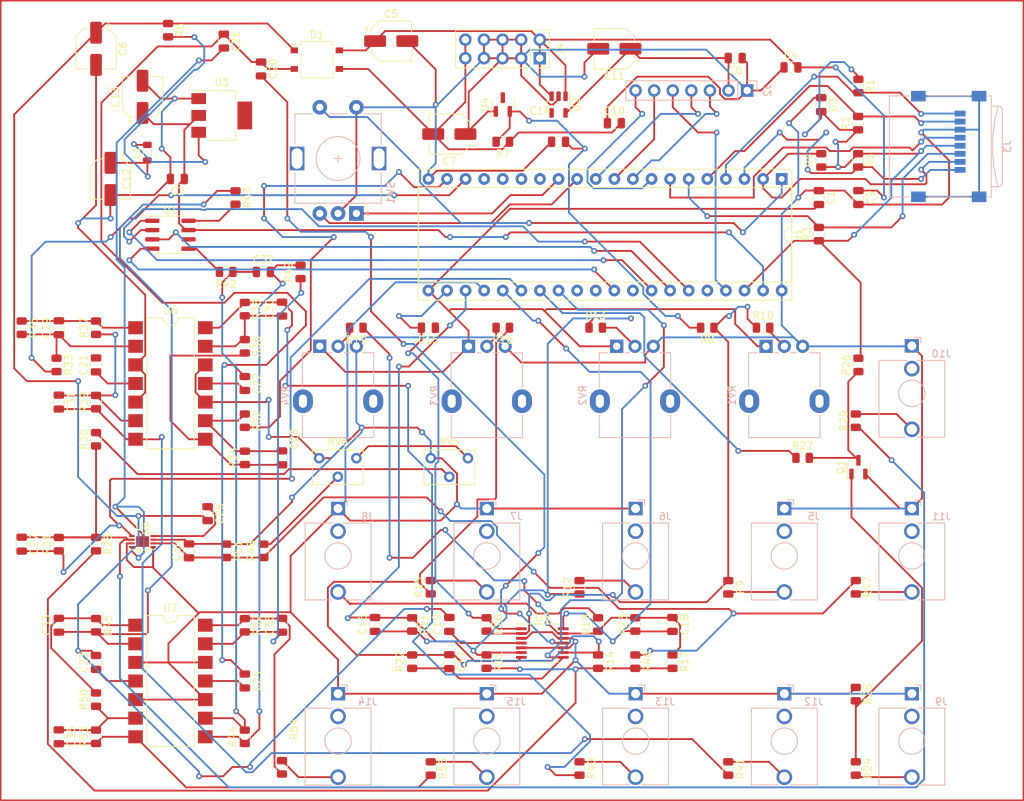
<source format=kicad_pcb>
(kicad_pcb (version 20211014) (generator pcbnew)
  (layers (0 "F.Cu" signal) (31 "B.Cu" signal) (34 "B.Paste" user) (35 "F.Paste" user) (36 "B.SilkS" user "B.Silkscreen") (37 "F.SilkS" user "F.Silkscreen") (38 "B.Mask" user) (39 "F.Mask" user) (44 "Edge.Cuts" user))
  (net 0 "")
  (net 1 "GNDA")
  (net 2 "+3.3VP")
  (net 3 "+5V")
  (net 4 "+3.3VA")
  (net 5 "+12V")
  (net 6 "-12V")
  (net 7 "+3V3")
  (net 8 "Net-(C12-Pad1)")
  (net 9 "-10V")
  (net 10 "Net-(C15-Pad1)")
  (net 11 "ADC_CTRL_1")
  (net 12 "Net-(C16-Pad1)")
  (net 13 "ADC_CTRL_2")
  (net 14 "Net-(C17-Pad1)")
  (net 15 "ADC_CTRL_3")
  (net 16 "Net-(C18-Pad1)")
  (net 17 "ADC_CTRL_4")
  (net 18 "Net-(C19-Pad1)")
  (net 19 "Net-(C20-Pad2)")
  (net 20 "Net-(C21-Pad1)")
  (net 21 "Net-(C22-Pad2)")
  (net 22 "Net-(C23-Pad1)")
  (net 23 "Net-(C24-Pad2)")
  (net 24 "Net-(C25-Pad1)")
  (net 25 "Net-(C26-Pad2)")
  (net 26 "Net-(C27-Pad1)")
  (net 27 "ADC1_1VOCT1")
  (net 28 "Net-(C28-Pad1)")
  (net 29 "Net-(C28-Pad2)")
  (net 30 "Net-(C29-Pad1)")
  (net 31 "Net-(C29-Pad2)")
  (net 32 "Net-(C30-Pad1)")
  (net 33 "Net-(C30-Pad2)")
  (net 34 "Net-(C31-Pad1)")
  (net 35 "Net-(C31-Pad2)")
  (net 36 "Net-(C32-Pad1)")
  (net 37 "Net-(C32-Pad2)")
  (net 38 "Net-(C33-Pad1)")
  (net 39 "Net-(C33-Pad2)")
  (net 40 "Net-(C34-Pad1)")
  (net 41 "ADC1_1VOCT2")
  (net 42 "Net-(C35-Pad1)")
  (net 43 "Net-(C35-Pad2)")
  (net 44 "Net-(C36-Pad1)")
  (net 45 "Net-(C36-Pad2)")
  (net 46 "ENC_CLICK")
  (net 47 "SDMMC1_D3")
  (net 48 "SDMMC1_D2")
  (net 49 "SDMMC1_D1")
  (net 50 "SDMMC1_D0")
  (net 51 "SDMMC1_CMD")
  (net 52 "SDMMC1_CK")
  (net 53 "OLED_CS")
  (net 54 "OLED_SCK")
  (net 55 "OLED_CMD_MISO")
  (net 56 "OLED_DATA_MOSI")
  (net 57 "ENC_B")
  (net 58 "ENC_A")
  (net 59 "USART1_TX")
  (net 60 "USART1_RX")
  (net 61 "AUDIO_IN_L")
  (net 62 "AUDIO_IN_R")
  (net 63 "AUDIO_OUT_L")
  (net 64 "AUDIO_OUT_R")
  (net 65 "ADC1_GATE_IN")
  (net 66 "DAC1_OUT2")
  (net 67 "DAC1_OUT1")
  (net 68 "SAI2_MCLK")
  (net 69 "SAI2_SD_B")
  (net 70 "SAI2_SD_A")
  (net 71 "SAI2_FS_A")
  (net 72 "SAI2_SCK_A")
  (net 73 "USB_HS_D_-")
  (net 74 "OLED_RST")
  (net 75 "Net-(J5-PadT)")
  (net 77 "Net-(J6-PadT)")
  (net 79 "Net-(J7-PadT)")
  (net 81 "Net-(J8-PadT)")
  (net 83 "Net-(J9-PadT)")
  (net 85 "Net-(J10-PadT)")
  (net 87 "Net-(J11-PadT)")
  (net 89 "Net-(R41-Pad1)")
  (net 91 "Net-(R40-Pad1)")
  (net 93 "Net-(R54-Pad1)")
  (net 95 "Net-(R55-Pad1)")
  (net 97 "Net-(L1-Pad2)")
  (net 98 "Net-(Q1-Pad1)")
  (net 99 "Net-(Q1-Pad3)")
  (net 100 "Net-(R10-Pad2)")
  (net 101 "Net-(R13-Pad2)")
  (net 102 "Net-(R16-Pad2)")
  (net 103 "Net-(R19-Pad2)")
  (net 104 "Net-(R30-Pad2)")
  (net 105 "DAC_AUDIO_R")
  (net 106 "DAC_AUDIO_L")
  (net 107 "Net-(R48-Pad2)")
  (footprint "Capacitor_SMD:C_0805_2012Metric" (layer "F.Cu") (at 89.22 66.04)
    (fp_text reference "C32")
    (fp_text value "47pF")
  )
  (footprint "Capacitor_SMD:CP_Elec_5x3" (layer "F.Cu") (at 66.36 35.56 -90)
    (fp_text reference "C6")
    (fp_text value "10uF")
  )
  (footprint "Resistor_SMD:R_0805_2012Metric" (layer "F.Cu") (at 145.1 119.275 -90)
    (fp_text reference "R17")
    (fp_text value "200k")
  )
  (footprint "Resistor_SMD:R_0805_2012Metric" (layer "F.Cu") (at 162.88 91.44)
    (fp_text reference "R27")
    (fp_text value "1k")
  )
  (footprint "Resistor_SMD:R_0805_2012Metric" (layer "F.Cu") (at 112.08 109.115 90)
    (fp_text reference "R15")
    (fp_text value "100k")
  )
  (footprint "Resistor_SMD:R_0805_2012Metric" (layer "F.Cu") (at 86.68 76.2 -90)
    (fp_text reference "R36")
    (fp_text value "100k")
  )
  (footprint "Resistor_SMD:R_0805_2012Metric" (layer "F.Cu") (at 140.02 119.275 -90)
    (fp_text reference "R46")
    (fp_text value "200k")
  )
  (footprint "Resistor_SMD:R_0805_2012Metric" (layer "F.Cu") (at 170.14 86.36 90)
    (fp_text reference "R29")
    (fp_text value "100k")
  )
  (footprint "Resistor_SMD:R_0805_2012Metric" (layer "F.Cu") (at 66.36 73.66 90)
    (fp_text reference "R37")
    (fp_text value "100k")
  )
  (footprint "Potentiometer_THT:Potentiometer_Bourns_3266W_Vertical" (layer "F.Cu") (at 101.92 91.485)
    (fp_text reference "RV6")
    (fp_text value "IN_CAL_TRIM")
  )
  (footprint "Resistor_SMD:R_0805_2012Metric" (layer "F.Cu") (at 86.68 71.12 -90)
    (fp_text reference "R38")
    (fp_text value "100k")
  )
  (footprint "Capacitor_SMD:C_0805_2012Metric" (layer "F.Cu") (at 61.28 73.66 90)
    (fp_text reference "C29")
    (fp_text value "47pF")
  )
  (footprint "Resistor_SMD:R_0805_2012Metric" (layer "F.Cu") (at 140.02 114.195 90)
    (fp_text reference "R23")
    (fp_text value "66.5k")
  )
  (footprint "Capacitor_SMD:C_0805_2012Metric" (layer "F.Cu") (at 56.2 103.2275 -90)
    (fp_text reference "C27")
    (fp_text value "10nF")
  )
  (footprint "Capacitor_SMD:C_0805_2012Metric" (layer "F.Cu") (at 86.68 121.92 -90)
    (fp_text reference "C24")
    (fp_text value "100nF")
  )
  (footprint "Capacitor_SMD:C_0805_2012Metric" (layer "F.Cu") (at 91.76 71.12 90)
    (fp_text reference "C30")
    (fp_text value "47pF")
  )
  (footprint "Resistor_SMD:R_0805_2012Metric" (layer "F.Cu") (at 165.42 50.8 90)
    (fp_text reference "R4")
    (fp_text value "47k")
  )
  (footprint "Resistor_SMD:R_0805_2012Metric" (layer "F.Cu") (at 86.68 129.54 90)
    (fp_text reference "R44")
    (fp_text value "100k")
  )
  (footprint "Resistor_SMD:R_0805_2012Metric" (layer "F.Cu") (at 56.2 73.66 -90)
    (fp_text reference "R35")
    (fp_text value "100k")
  )
  (footprint "Resistor_SMD:R_0805_2012Metric" (layer "F.Cu") (at 66.36 83.82 90)
    (fp_text reference "R39")
    (fp_text value "100k")
  )
  (footprint "Inductor_SMD:L_0805_2012Metric" (layer "F.Cu") (at 73.37 49.745 90)
    (fp_text reference "L1")
    (fp_text value "10uH")
  )
  (footprint "Capacitor_SMD:C_0805_2012Metric" (layer "F.Cu") (at 165.1 55.88 -90)
    (fp_text reference "C1")
    (fp_text value "100nF")
  )
  (footprint "Resistor_SMD:R_0805_2012Metric" (layer "F.Cu") (at 66.36 124.46 90)
    (fp_text reference "R50")
    (fp_text value "100k")
  )
  (footprint "Capacitor_SMD:CP_Elec_5x3" (layer "F.Cu") (at 106.68 34.505)
    (fp_text reference "C5")
    (fp_text value "10uF")
  )
  (footprint "Capacitor_SMD:C_0805_2012Metric" (layer "F.Cu") (at 129.54 48.26)
    (fp_text reference "C14")
    (fp_text value "100nF")
  )
  (footprint "Package_DIP:SMDIP-14_W9.53mm" (layer "F.Cu") (at 76.52 121.92)
    (fp_text reference "U7")
    (fp_text value "TL074")
  )
  (footprint "Package_DIP:DIP-40_W15.24mm_Socket" (layer "F.Cu") (at 160.02 53.34 -90)
    (fp_text reference "J1")
    (fp_text value "Daisy_Seed_Temp")
  )
  (footprint "Capacitor_SMD:C_0805_2012Metric" (layer "F.Cu") (at 66.36 78.74 90)
    (fp_text reference "C21")
    (fp_text value "100nF")
  )
  (footprint "Resistor_SMD:R_0805_2012Metric" (layer "F.Cu") (at 119.7 119.275 -90)
    (fp_text reference "R11")
    (fp_text value "200k")
  )
  (footprint "Resistor_SMD:R_0805_2012Metric" (layer "F.Cu") (at 86.68 86.36 -90)
    (fp_text reference "R32")
    (fp_text value "10k")
  )
  (footprint "Package_TO_SOT_SMD:TO-269AA" (layer "F.Cu") (at 96.52 37.045)
    (fp_text reference "D1")
    (fp_text value "MB2S")
  )
  (footprint "Capacitor_SMD:C_0805_2012Metric" (layer "F.Cu") (at 114.62 119.275 -90)
    (fp_text reference "C17")
    (fp_text value "10nF")
  )
  (footprint "Capacitor_SMD:C_0805_2012Metric" (layer "F.Cu") (at 165.42 43.18 -90)
    (fp_text reference "C3")
    (fp_text value "100nF")
  )
  (footprint "Capacitor_SMD:C_0805_2012Metric" (layer "F.Cu") (at 91.76 114.3 90)
    (fp_text reference "C35")
    (fp_text value "47pF")
  )
  (footprint "Resistor_SMD:R_0805_2012Metric" (layer "F.Cu") (at 89.22 104.14 90)
    (fp_text reference "R48")
    (fp_text value "66.5k")
  )
  (footprint "Resistor_SMD:R_0805_2012Metric" (layer "F.Cu") (at 134.94 119.275 -90)
    (fp_text reference "R14")
    (fp_text value "200k")
  )
  (footprint "Resistor_SMD:R_0805_2012Metric" (layer "F.Cu") (at 76.2 33.02 -90)
    (fp_text reference "R6")
    (fp_text value "4.7R")
  )
  (footprint "Resistor_SMD:R_0805_2012Metric" (layer "F.Cu") (at 112.08 133.87 -90)
    (fp_text reference "R55")
    (fp_text value "1k")
  )
  (footprint "Capacitor_SMD:C_0805_2012Metric" (layer "F.Cu") (at 91.76 91.44 -90)
    (fp_text reference "C28")
    (fp_text value "47pF")
  )
  (footprint "Capacitor_SMD:C_0805_2012Metric" (layer "F.Cu") (at 153.67 36.83 180)
    (fp_text reference "C8")
    (fp_text value "100nF")
  )
  (footprint "Resistor_SMD:R_0805_2012Metric" (layer "F.Cu") (at 60.96 78.74 -90)
    (fp_text reference "R33")
    (fp_text value "10k")
  )
  (footprint "Capacitor_SMD:C_0805_2012Metric" (layer "F.Cu") (at 77.47 53.34 180)
    (fp_text reference "C2")
    (fp_text value "100nF")
  )
  (footprint "Resistor_SMD:R_0805_2012Metric" (layer "F.Cu") (at 134.94 114.195 90)
    (fp_text reference "R18")
    (fp_text value "100k")
  )
  (footprint "Capacitor_SMD:C_0805_2012Metric" (layer "F.Cu") (at 114.62 114.195 90)
    (fp_text reference "C19")
    (fp_text value "100nF")
  )
  (footprint "Capacitor_SMD:CP_Elec_5x3" (layer "F.Cu") (at 137.16 35.56 180)
    (fp_text reference "C11")
    (fp_text value "10uF")
  )
  (footprint "Resistor_SMD:R_0805_2012Metric" (layer "F.Cu") (at 66.36 129.54 90)
    (fp_text reference "R53")
    (fp_text value "100k")
  )
  (footprint "Capacitor_SMD:C_0805_2012Metric" (layer "F.Cu") (at 61.28 83.82 -90)
    (fp_text reference "C31")
    (fp_text value "47pF")
  )
  (footprint "Resistor_SMD:R_0805_2012Metric" (layer "F.Cu") (at 109.54 119.275 90)
    (fp_text reference "R22")
    (fp_text value "66.5k")
  )
  (footprint "Capacitor_SMD:C_0805_2012Metric" (layer "F.Cu") (at 79.06 104.14 90)
    (fp_text reference "C34")
    (fp_text value "10nF")
  )
  (footprint "Resistor_SMD:R_0805_2012Metric" (layer "F.Cu") (at 94.3 66.04 90)
    (fp_text reference "R49")
    (fp_text value "100k")
  )
  (footprint "Resistor_SMD:R_0805_2012Metric" (layer "F.Cu") (at 61.28 103.2275 90)
    (fp_text reference "R31")
    (fp_text value "66.5k")
  )
  (footprint "Resistor_SMD:R_0805_2012Metric" (layer "F.Cu") (at 170.14 109.115 -90)
    (fp_text reference "R47")
    (fp_text value "100k")
  )
  (footprint "Resistor_SMD:R_0805_2012Metric" (layer "F.Cu") (at 66.36 103.2275 -90)
    (fp_text reference "R28")
    (fp_text value "200k")
  )
  (footprint "Capacitor_SMD:C_0805_2012Metric" (layer "F.Cu") (at 170.5 55.88 -90)
    (fp_text reference "C9")
    (fp_text value "100nF")
  )
  (footprint "Resistor_SMD:R_0805_2012Metric" (layer "F.Cu") (at 170.5 78.74 90)
    (fp_text reference "R26")
    (fp_text value "10k")
  )
  (footprint "Package_TO_SOT_SMD:SOT-23" (layer "F.Cu") (at 121.92 43.18 90)
    (fp_text reference "U4")
    (fp_text value "LM4040DBZ-5")
  )
  (footprint "Resistor_SMD:R_0805_2012Metric" (layer "F.Cu") (at 86.68 114.3 -90)
    (fp_text reference "R52")
    (fp_text value "100k")
  )
  (footprint "Resistor_SMD:R_0805_2012Metric" (layer "F.Cu") (at 101.92 73.66 180)
    (fp_text reference "R19")
    (fp_text value "66.5k")
  )
  (footprint "Resistor_SMD:R_0805_2012Metric" (layer "F.Cu") (at 157.48 73.66)
    (fp_text reference "R10")
    (fp_text value "66.5k")
  )
  (footprint "Capacitor_SMD:C_0805_2012Metric" (layer "F.Cu") (at 104.46 114.195 90)
    (fp_text reference "C16")
    (fp_text value "10nF")
  )
  (footprint "Resistor_SMD:R_0805_2012Metric" (layer "F.Cu") (at 66.36 114.3 -90)
    (fp_text reference "R45")
    (fp_text value "100k")
  )
  (footprint "Resistor_SMD:R_0805_2012Metric" (layer "F.Cu") (at 170.14 133.87 -90)
    (fp_text reference "R24")
    (fp_text value "100k")
  )
  (footprint "Resistor_SMD:R_0805_2012Metric" (layer "F.Cu") (at 170.46 50.8 -90)
    (fp_text reference "R5")
    (fp_text value "47k")
  )
  (footprint "Capacitor_SMD:C_0805_2012Metric" (layer "F.Cu") (at 137.16 45.72)
    (fp_text reference "C10")
    (fp_text value "100nF")
  )
  (footprint "Capacitor_SMD:CP_Elec_5x3" (layer "F.Cu") (at 72.71 42.125 90)
    (fp_text reference "C13")
    (fp_text value "10uF")
  )
  (footprint "Resistor_SMD:R_0805_2012Metric" (layer "F.Cu") (at 165.1 60.8725 90)
    (fp_text reference "R3")
    (fp_text value "47k")
  )
  (footprint "Resistor_SMD:R_0805_2012Metric" (layer "F.Cu") (at 149.86 73.66 180)
    (fp_text reference "R8")
    (fp_text value "200k")
  )
  (footprint "Resistor_SMD:R_0805_2012Metric" (layer "F.Cu") (at 170.5 40.64 -90)
    (fp_text reference "R1")
    (fp_text value "47k")
  )
  (footprint "Resistor_SMD:R_0805_2012Metric" (layer "F.Cu") (at 132.4 109.115 90)
    (fp_text reference "R12")
    (fp_text value "100k")
  )
  (footprint "Potentiometer_THT:Potentiometer_Bourns_3266W_Vertical" (layer "F.Cu") (at 117.16 91.485)
    (fp_text reference "RV5")
    (fp_text value "IN_CAL_TRIM")
  )
  (footprint "Resistor_SMD:R_0805_2012Metric" (layer "F.Cu") (at 85.41 55.88 -90)
    (fp_text reference "R43")
    (fp_text value "10k")
  )
  (footprint "Capacitor_SMD:CP_Elec_5x3" (layer "F.Cu") (at 114.62 47.205 180)
    (fp_text reference "C7")
    (fp_text value "10uF")
  )
  (footprint "Capacitor_SMD:C_0805_2012Metric" (layer "F.Cu") (at 81.6 99.06 -90)
    (fp_text reference "C25")
    (fp_text value "100nF")
  )
  (footprint "Resistor_SMD:R_0805_2012Metric" (layer "F.Cu") (at 121.92 48.26 180)
    (fp_text reference "R7")
    (fp_text value "4.7R")
  )
  (footprint "Resistor_SMD:R_0805_2012Metric" (layer "F.Cu") (at 121.92 73.66 180)
    (fp_text reference "R16")
    (fp_text value "66.5k")
  )
  (footprint "Resistor_SMD:R_0805_2012Metric" (layer "F.Cu") (at 119.7 114.195 -90)
    (fp_text reference "R20")
    (fp_text value "66.5k")
  )
  (footprint "Package_TO_SOT_SMD:SOT-23-5" (layer "F.Cu") (at 129.54 43.18 -90)
    (fp_text reference "U2")
    (fp_text value "AP2204K-3.3")
  )
  (footprint "Capacitor_SMD:CP_Elec_5x3" (layer "F.Cu") (at 68.31 53.34 -90)
    (fp_text reference "C12")
    (fp_text value "10uF")
  )
  (footprint "Package_SO:TSSOP-14_4.4x5mm_P0.65mm" (layer "F.Cu") (at 127.32 116.735)
    (fp_text reference "U5")
    (fp_text value "MCP6004")
  )
  (footprint "Resistor_SMD:R_0805_2012Metric" (layer "F.Cu") (at 152.72 133.87 -90)
    (fp_text reference "R41")
    (fp_text value "1k")
  )
  (footprint "Resistor_SMD:R_0805_2012Metric" (layer "F.Cu") (at 152.72 109.115 -90)
    (fp_text reference "R9")
    (fp_text value "100k")
  )
  (footprint "Resistor_SMD:R_0805_2012Metric" (layer "F.Cu") (at 109.54 114.195 -90)
    (fp_text reference "R21")
    (fp_text value "66.5k")
  )
  (footprint "Resistor_SMD:R_0805_2012Metric" (layer "F.Cu") (at 86.68 91.44 90)
    (fp_text reference "R34")
    (fp_text value "100k")
  )
  (footprint "Resistor_SMD:R_0805_2012Metric" (layer "F.Cu") (at 91.76 133.7075 -90)
    (fp_text reference "R54")
    (fp_text value "1k")
  )
  (footprint "Capacitor_SMD:C_0805_2012Metric" (layer "F.Cu") (at 161.29 38.1)
    (fp_text reference "C4")
    (fp_text value "100nF")
  )
  (footprint "Package_TO_SOT_SMD:SOT-223" (layer "F.Cu") (at 83.53 44.665)
    (fp_text reference "U3")
    (fp_text value "LM1117-5.0")
  )
  (footprint "Package_TO_SOT_SMD:SOT-23" (layer "F.Cu") (at 170.5 92.71 90)
    (fp_text reference "Q1")
    (fp_text value "MMBT3904")
  )
  (footprint "Capacitor_SMD:C_0805_2012Metric" (layer "F.Cu") (at 88.9 38.315 -90)
    (fp_text reference "C20")
    (fp_text value "100nF")
  )
  (footprint "Capacitor_SMD:C_0805_2012Metric" (layer "F.Cu") (at 66.36 119.38 90)
    (fp_text reference "C23")
    (fp_text value "100nF")
  )
  (footprint "Package_SO:SOIC-8_3.9x4.9mm_P1.27mm" (layer "F.Cu") (at 76.52 60.96)
    (fp_text reference "U1")
    (fp_text value "CS4334")
  )
  (footprint "Resistor_SMD:R_0805_2012Metric" (layer "F.Cu") (at 170.46 45.72 90)
    (fp_text reference "R2")
    (fp_text value "47k")
  )
  (footprint "Capacitor_SMD:C_0805_2012Metric" (layer "F.Cu") (at 61.28 129.54 -90)
    (fp_text reference "C36")
    (fp_text value "47pF")
  )
  (footprint "Resistor_SMD:R_0805_2012Metric" (layer "F.Cu") (at 66.36 88.9 90)
    (fp_text reference "R30")
    (fp_text value "66.5k")
  )
  (footprint "Package_DIP:SMDIP-14_W9.53mm" (layer "F.Cu") (at 76.52 81.28)
    (fp_text reference "U6")
    (fp_text value "TL074")
  )
  (footprint "Resistor_SMD:R_0805_2012Metric" (layer "F.Cu") (at 84.14 66.04 180)
    (fp_text reference "R42")
    (fp_text value "10k")
  )
  (footprint "Resistor_SMD:R_0805_2012Metric" (layer "F.Cu") (at 170.14 123.71 -90)
    (fp_text reference "R25")
    (fp_text value "1M")
  )
  (footprint "Capacitor_SMD:C_0805_2012Metric" (layer "F.Cu") (at 111.76 73.66 180)
    (fp_text reference "C15")
    (fp_text value "10nF")
  )
  (footprint "Connector_PinSocket_2.54mm:PinSocket_2x05_P2.54mm_Vertical" (layer "F.Cu") (at 126.97 36.85 -90)
    (fp_text reference "J4")
    (fp_text value "EURO_PWR")
  )
  (footprint "Capacitor_SMD:C_0805_2012Metric" (layer "F.Cu") (at 86.68 81.28 -90)
    (fp_text reference "C22")
    (fp_text value "100nF")
  )
  (footprint "Capacitor_SMD:C_0805_2012Metric" (layer "F.Cu") (at 83.82 34.505 -90)
    (fp_text reference "C26")
    (fp_text value "100nF")
  )
  (footprint "Package_DFN_QFN:DFN-8-1EP_3x2mm_P0.5mm_EP1.75x1.45mm" (layer "F.Cu") (at 72.71 102.87)
    (fp_text reference "U8")
    (fp_text value "MCP6002-xMC")
  )
  (footprint "Resistor_SMD:R_0805_2012Metric" (layer "F.Cu") (at 132.4 133.87 -90)
    (fp_text reference "R40")
    (fp_text value "1k")
  )
  (footprint "Resistor_SMD:R_0805_2012Metric" (layer "F.Cu") (at 84.14 104.14 -90)
    (fp_text reference "R51")
    (fp_text value "66.5k")
  )
  (footprint "Capacitor_SMD:C_0805_2012Metric" (layer "F.Cu") (at 145.1 114.195 -90)
    (fp_text reference "C18")
    (fp_text value "10nF")
  )
  (footprint "Capacitor_SMD:C_0805_2012Metric" (layer "F.Cu") (at 61.28 114.3 90)
    (fp_text reference "C33")
    (fp_text value "47pF")
  )
  (footprint "Resistor_SMD:R_0805_2012Metric" (layer "F.Cu") (at 134.62 73.66)
    (fp_text reference "R13")
    (fp_text value "66.5k")
  )
  (footprint "Potentiometer_THT:Potentiometer_Alpha_RD901F-40-00D_Single_Vertical" (layer "B.Cu") (at 137.48 76.2 -90)
    (fp_text reference "RV2")
    (fp_text value "CV_CNTRL_2")
  )
  (footprint "Potentiometer_THT:Potentiometer_Alpha_RD901F-40-00D_Single_Vertical" (layer "B.Cu") (at 117.24 76.2 -90)
    (fp_text reference "RV3")
    (fp_text value "CV_CNTRL_3")
  )
  (footprint "Connector_Audio:Jack_3.5mm_QingPu_WQP-PJ398SM_Vertical_CircularHoles" (layer "B.Cu") (at 160.38 123.655 180)
    (fp_text reference "J12")
    (fp_text value "MAIN_OUT1")
  )
  (footprint "Connector_PinSocket_2.54mm:PinSocket_1x07_P2.54mm_Vertical" (layer "B.Cu") (at 155.3 41.26 90)
    (fp_text reference "J2")
    (fp_text value "DISP_3_128X64")
  )
  (footprint "Connector_Card:microSD_HC_Wuerth_693072010801" (layer "B.Cu") (at 182.84 48.905 90)
    (fp_text reference "J3")
    (fp_text value "Micro_SD_Card")
  )
  (footprint "Connector_Audio:Jack_3.5mm_QingPu_WQP-PJ398SM_Vertical_CircularHoles" (layer "B.Cu") (at 99.42 123.655 180)
    (fp_text reference "J14")
    (fp_text value "MAIN_OUT4")
  )
  (footprint "Connector_Audio:Jack_3.5mm_QingPu_WQP-PJ398SM_Vertical_CircularHoles" (layer "B.Cu") (at 119.74 98.36 180)
    (fp_text reference "J7")
    (fp_text value "CV3_INPUT")
  )
  (footprint "Connector_Audio:Jack_3.5mm_QingPu_WQP-PJ398SM_Vertical_CircularHoles" (layer "B.Cu") (at 140.06 98.36 180)
    (fp_text reference "J6")
    (fp_text value "CV2_INPUT")
  )
  (footprint "Connector_Audio:Jack_3.5mm_QingPu_WQP-PJ398SM_Vertical_CircularHoles" (layer "B.Cu") (at 119.74 123.655 180)
    (fp_text reference "J15")
    (fp_text value "MAIN_OUT3")
  )
  (footprint "Potentiometer_THT:Potentiometer_Alpha_RD901F-40-00D_Single_Vertical" (layer "B.Cu") (at 157.88 76.2 -90)
    (fp_text reference "RV1")
    (fp_text value "CV_CNTRL_1")
  )
  (footprint "Rotary_Encoder:RotaryEncoder_Alps_EC11E-Switch_Vertical_H20mm" (layer "B.Cu") (at 101.92 58.05 90)
    (fp_text reference "SW1")
    (fp_text value "RotaryEncoder_Switch")
  )
  (footprint "Connector_Audio:Jack_3.5mm_QingPu_WQP-PJ398SM_Vertical_CircularHoles" (layer "B.Cu") (at 177.8 98.36 180)
    (fp_text reference "J11")
    (fp_text value "1VOCT2_IN")
  )
  (footprint "Connector_Audio:Jack_3.5mm_QingPu_WQP-PJ398SM_Vertical_CircularHoles" (layer "B.Cu") (at 160.38 98.36 180)
    (fp_text reference "J5")
    (fp_text value "CV1_INPUT")
  )
  (footprint "Connector_Audio:Jack_3.5mm_QingPu_WQP-PJ398SM_Vertical_CircularHoles" (layer "B.Cu") (at 99.42 98.36 180)
    (fp_text reference "J8")
    (fp_text value "CV4_INPUT")
  )
  (footprint "Potentiometer_THT:Potentiometer_Alpha_RD901F-40-00D_Single_Vertical" (layer "B.Cu") (at 96.92 76.2 -90)
    (fp_text reference "RV4")
    (fp_text value "CV_CNTRL_4")
  )
  (footprint "Connector_Audio:Jack_3.5mm_QingPu_WQP-PJ398SM_Vertical_CircularHoles" (layer "B.Cu") (at 177.8 123.655 180)
    (fp_text reference "J9")
    (fp_text value "GATE_TRIGGER_IN")
  )
  (footprint "Connector_Audio:Jack_3.5mm_QingPu_WQP-PJ398SM_Vertical_CircularHoles" (layer "B.Cu") (at 140.06 123.655 180)
    (fp_text reference "J13")
    (fp_text value "MAIN_OUT2")
  )
  (footprint "Connector_Audio:Jack_3.5mm_QingPu_WQP-PJ398SM_Vertical_CircularHoles" (layer "B.Cu") (at 177.8 76.145 180)
    (fp_text reference "J10")
    (fp_text value "1VOCT1_IN")
  )
  (gr_rect (start 193.04 138.215) (end 53.34 28.995) (layer "F.Cu") (width 0.2) (fill none))
  (segment (start 127.26 123.655) (end 131.855 119.06) (width 0.25) (layer "F.Cu") (net 1))
  (segment (start 102.645 87.31) (end 110.265 87.31) (width 0.25) (layer "F.Cu") (net 1))
  (segment (start 117.25952 46.76548) (end 117.25952 41.48048) (width 0.25) (layer "F.Cu") (net 1))
  (segment (start 74.16 106.27) (end 74.16 103.62) (width 0.25) (layer "F.Cu") (net 1))
  (segment (start 119.9075 44.1175) (end 120.97 44.1175) (width 0.25) (layer "F.Cu") (net 1))
  (segment (start 70.585978 103.12) (end 70.560489 103.145489) (width 0.25) (layer "F.Cu") (net 1))
  (segment (start 92.93548 104.84452) (end 99.42 98.36) (width 0.25) (layer "F.Cu") (net 1))
  (segment (start 121.89 34.31) (end 121.89 36.85) (width 0.25) (layer "F.Cu") (net 1))
  (segment (start 74.07 106.36) (end 74.16 106.27) (width 0.25) (layer "F.Cu") (net 1))
  (segment (start 170.14 122.7975) (end 169.2825 123.655) (width 0.25) (layer "F.Cu") (net 1))
  (segment (start 80.38 42.365) (end 77.105 42.365) (width 0.25) (layer "F.Cu") (net 1))
  (segment (start 73.079511 69.174511) (end 73.079511 77.415489) (width 0.25) (layer "F.Cu") (net 1))
  (segment (start 119.35 34.31) (end 124.43 34.31) (width 0.25) (layer "F.Cu") (net 1))
  (segment (start 136.21 43.44899) (end 140.28899 39.37) (width 0.25) (layer "F.Cu") (net 1))
  (segment (start 129.494639 116.085) (end 130.1825 116.085) (width 0.25) (layer "F.Cu") (net 1))
  (segment (start 165.42 42.23) (end 164.51 42.23) (width 0.25) (layer "F.Cu") (net 1))
  (segment (start 125.980361 115.25) (end 128.659639 115.25) (width 0.25) (layer "F.Cu") (net 1))
  (segment (start 142.48 76.2) (end 141.38 77.3) (width 0.25) (layer "F.Cu") (net 1))
  (segment (start 76.2475 116.798478) (end 80.377989 112.667989) (width 0.25) (layer "F.Cu") (net 1))
  (segment (start 80.377989 112.667989) (end 80.520498 112.52548) (width 0.25) (layer "F.Cu") (net 1))
  (segment (start 74.16 103.62) (end 74.16 106.45) (width 0.25) (layer "F.Cu") (net 1))
  (segment (start 155.3 41.26) (end 155.3 37.51) (width 0.25) (layer "F.Cu") (net 1))
  (segment (start 113.557163 91.485) (end 115.664511 93.592348) (width 0.25) (layer "F.Cu") (net 1))
  (segment (start 151.585489 40.964479) (end 151.585489 41.746499) (width 0.25) (layer "F.Cu") (net 1))
  (segment (start 124.634511 52.215489) (end 112.884511 52.215489) (width 0.25) (layer "F.Cu") (net 1))
  (segment (start 98.47 91.485) (end 102.645 87.31) (width 0.25) (layer "F.Cu") (net 1))
  (segment (start 128.786072 43.18) (end 129.54 42.426072) (width 0.25) (layer "F.Cu") (net 1))
  (segment (start 182.88 55.88) (end 182.88 50.8) (width 0.25) (layer "F.Cu") (net 1))
  (segment (start 130.99 117.385) (end 131.855 116.52) (width 0.25) (layer "F.Cu") (net 1))
  (segment (start 128.59 48.26) (end 124.634511 52.215489) (width 0.25) (layer "F.Cu") (net 1))
  (segment (start 76.2475 119.4225) (end 76.2475 116.798478) (width 0.25) (layer "F.Cu") (net 1))
  (segment (start 68.31 55.54) (end 68.31 58.69) (width 0.25) (layer "F.Cu") (net 1))
  (segment (start 71.755 78.74) (end 73.079511 80.064511) (width 0.25) (layer "F.Cu") (net 1))
  (segment (start 140.28899 39.37) (end 149.99101 39.37) (width 0.25) (layer "F.Cu") (net 1))
  (segment (start 71.755 119.38) (end 76.205 119.38) (width 0.25) (layer "F.Cu") (net 1))
  (segment (start 112.884511 52.215489) (end 111.76 53.34) (width 0.25) (layer "F.Cu") (net 1))
  (segment (start 116.82 47.205) (end 119.9075 44.1175) (width 0.25) (layer "F.Cu") (net 1))
  (segment (start 151.585489 41.746499) (end 152.273501 42.434511) (width 0.25) (layer "F.Cu") (net 1))
  (segment (start 74.16 106.45) (end 80.377989 112.667989) (width 0.25) (layer "F.Cu") (net 1))
  (segment (start 169.2825 123.655) (end 160.38 123.655) (width 0.25) (layer "F.Cu") (net 1))
  (segment (start 75.15 42.365) (end 72.71 39.925) (width 0.25) (layer "F.Cu") (net 1))
  (segment (start 119.35 34.31) (end 119.35 36.85) (width 0.25) (layer "F.Cu") (net 1))
  (segment (start 163.24 54.93) (end 162.29 55.88) (width 0.25) (layer "F.Cu") (net 1))
  (segment (start 164.51 42.23) (end 161.02 45.72) (width 0.25) (layer "F.Cu") (net 1))
  (segment (start 112.76 38.385) (end 112.76 43.18) (width 0.25) (layer "F.Cu") (net 1))
  (segment (start 171.45 93.6475) (end 176.1625 98.36) (width 0.25) (layer "F.Cu") (net 1))
  (segment (start 134.96 35.56) (end 133.08 37.44) (width 0.25) (layer "F.Cu") (net 1))
  (segment (start 76.52 53.34) (end 76.52 50.39) (width 0.25) (layer "F.Cu") (net 1))
  (segment (start 152.273501 42.434511) (end 154.125489 42.434511) (width 0.25) (layer "F.Cu") (net 1))
  (segment (start 116.82 47.205) (end 117.25952 46.76548) (width 0.25) (layer "F.Cu") (net 1))
  (segment (start 76.205 119.38) (end 76.2475 119.4225) (width 0.25) (layer "F.Cu") (net 1))
  (segment (start 81.285 78.74) (end 79.960489 80.064511) (width 0.25) (layer "F.Cu") (net 1))
  (segment (start 66.36 56.92) (end 63.91 59.37) (width 0.25) (layer "F.Cu") (net 1))
  (segment (start 70.560489 103.145489) (end 70.560489 105.390489) (width 0.25) (layer "F.Cu") (net 1))
  (segment (start 71.755 119.38) (end 81.285 119.38) (width 0.25) (layer "F.Cu") (net 1))
  (segment (start 128.393928 43.18) (end 128.786072 43.18) (width 0.25) (layer "F.Cu") (net 1))
  (segment (start 181.93 56.83) (end 182.88 55.88) (width 0.25) (layer "F.Cu") (net 1))
  (segment (start 101.92 55.55) (end 99.42 58.05) (width 0.25) (layer "F.Cu") (net 1))
  (segment (start 119.35 36.85) (end 124.43 36.85) (width 0.25) (layer "F.Cu") (net 1))
  (segment (start 119.74 123.655) (end 127.26 123.655) (width 0.25) (layer "F.Cu") (net 1))
  (segment (start 179.189511 96.970489) (end 179.189511 77.534511) (width 0.25) (layer "F.Cu") (net 1))
  (segment (start 130.1825 116.085) (end 131.42 116.085) (width 0.25) (layer "F.Cu") (net 1))
  (segment (start 96.84 91.485) (end 98.47 91.485) (width 0.25) (layer "F.Cu") (net 1))
  (segment (start 89.625 83.82) (end 89.945 83.5) (width 0.25) (layer "F.Cu") (net 1))
  (segment (start 92.93548 112.52548) (end 99.42 119.01) (width 0.25) (layer "F.Cu") (net 1))
  (segment (start 70.560489 105.390489) (end 71.53 106.36) (width 0.25) (layer "F.Cu") (net 1))
  (segment (start 101.92 43.55) (end 101.92 55.55) (width 0.25) (layer "F.Cu") (net 1))
  (segment (start 89.945 88.58) (end 93.935 88.58) (width 0.25) (layer "F.Cu") (net 1))
  (segment (start 129.54 42.426072) (end 129.54 42.0425) (width 0.25) (layer "F.Cu") (net 1))
  (segment (start 130.1825 117.385) (end 130.99 117.385) (width 0.25) (layer "F.Cu") (net 1))
  (segment (start 124.4575 117.385) (end 130.1825 117.385) (width 0.25) (layer "F.Cu") (net 1))
  (segment (start 141.38 77.3) (end 141.38 78.42) (width 0.25) (layer "F.Cu") (net 1))
  (segment (start 74.32 55.54) (end 76.52 53.34) (width 0.25) (layer "F.Cu") (net 1))
  (segment (start 108.88 34.505) (end 112.76 38.385) (width 0.25) (layer "F.Cu") (net 1))
  (segment (start 66.36 37.76) (end 66.36 56.92) (width 0.25) (layer "F.Cu") (net 1))
  (segment (start 79.960489 80.064511) (end 79.960489 82.495489) (width 0.25) (layer "F.Cu") (net 1))
  (segment (start 136.21 45.72) (end 136.21 43.44899) (width 0.25) (layer "F.Cu") (net 1))
  (segment (start 115.664511 93.592348) (end 115.664511 97.785489) (width 0.25) (layer "F.Cu") (net 1))
  (segment (start 99.42 119.01) (end 99.42 123.655) (width 0.25) (layer "F.Cu") (net 1))
  (segment (start 140.06 123.655) (end 160.38 123.655) (width 0.25) (layer "F.Cu") (net 1))
  (segment (start 117.25952 41.48048) (end 121.89 36.85) (width 0.25) (layer "F.Cu") (net 1))
  (segment (start 154.125489 42.434511) (end 155.3 41.26) (width 0.25) (layer "F.Cu") (net 1))
  (segment (start 124.4575 116.085) (end 125.145361 116.085) (width 0.25) (layer "F.Cu") (net 1))
  (segment (start 157.18 41.26) (end 155.3 41.26) (width 0.25) (layer "F.Cu") (net 1))
  (segment (start 133.08 37.44) (end 133.08 39.37) (width 0.25) (layer "F.Cu") (net 1))
  (segment (start 76.52 50.39) (end 75.34 49.21) (width 0.25) (layer "F.Cu") (net 1))
  (segment (start 63.91 59.37) (end 63.91 60.005) (width 0.25) (layer "F.Cu") (net 1))
  (segment (start 140.06 98.36) (end 119.74 98.36) (width 0.25) (layer "F.Cu") (net 1))
  (segment (start 182.88 50.8) (end 179.07 46.99) (width 0.25) (layer "F.Cu") (net 1))
  (segment (start 73.079511 77.415489) (end 71.755 78.74) (width 0.25) (layer "F.Cu") (net 1))
  (segment (start 76.2475 119.4225) (end 81.285 124.46) (width 0.25) (layer "F.Cu") (net 1))
  (segment (start 71.26 103.12) (end 70.585978 103.12) (width 0.25) (layer "F.Cu") (net 1))
  (segment (start 176.1625 98.36) (end 177.8 98.36) (width 0.25) (layer "F.Cu") (net 1))
  (segment (start 165.1 54.93) (end 163.24 54.93) (width 0.25) (layer "F.Cu") (net 1))
  (segment (start 101.07 100.01) (end 99.42 98.36) (width 0.25) (layer "F.Cu") (net 1))
  (segment (start 155.3 37.51) (end 154.62 36.83) (width 0.25) (layer "F.Cu") (net 1))
  (segment (start 73.079511 82.495489) (end 71.755 83.82) (width 0.25) (layer "F.Cu") (net 1))
  (segment (start 131.42 116.085) (end 131.855 116.52) (width 0.25) (layer "F.Cu") (net 1))
  (segment (start 141.38 78.42) (end 124.46 78.42) (width 0.25) (layer "F.Cu") (net 1))
  (segment (start 149.99101 39.37) (end 151.585489 40.964479) (width 0.25) (layer "F.Cu") (net 1))
  (segment (start 93.935 88.58) (end 96.84 91.485) (width 0.25) (layer "F.Cu") (net 1))
  (segment (start 179.189511 77.534511) (end 177.8 76.145) (width 0.25) (layer "F.Cu") (net 1))
  (segment (start 71.755 124.46) (end 81.285 124.46) (width 0.25) (layer "F.Cu") (net 1))
  (segment (start 125.145361 116.085) (end 125.980361 115.25) (width 0.25) (layer "F.Cu") (net 1))
  (segment (start 79.960489 82.495489) (end 81.285 83.82) (width 0.25) (layer "F.Cu") (net 1))
  (segment (start 124.46 78.42) (end 122.24 76.2) (width 0.25) (layer "F.Cu") (net 1))
  (segment (start 113.44 100.01) (end 101.07 100.01) (width 0.25) (layer "F.Cu") (net 1))
  (segment (start 81.285 83.82) (end 89.625 83.82) (width 0.25) (layer "F.Cu") (net 1))
  (segment (start 165.1 54.93) (end 168.6 54.93) (width 0.25) (layer "F.Cu") (net 1))
  (segment (start 115.664511 97.785489) (end 113.44 100.01) (width 0.25) (layer "F.Cu") (net 1))
  (segment (start 73.079511 80.064511) (end 73.079511 82.495489) (width 0.25) (layer "F.Cu") (net 1))
  (segment (start 124.43 34.31) (end 124.43 36.85) (width 0.25) (layer "F.Cu") (net 1))
  (segment (start 160.34 38.1) (end 157.18 41.26) (width 0.25) (layer "F.Cu") (net 1))
  (segment (start 99.42 123.655) (end 119.74 123.655) (width 0.25) (layer "F.Cu") (net 1))
  (segment (start 71.53 106.36) (end 74.07 106.36) (width 0.25) (layer "F.Cu") (net 1))
  (segment (start 128.659639 115.25) (end 129.494639 116.085) (width 0.25) (layer "F.Cu") (net 1))
  (segment (start 124.43 39.216072) (end 128.393928 43.18) (width 0.25) (layer "F.Cu") (net 1))
  (segment (start 112.08 91.485) (end 113.557163 91.485) (width 0.25) (layer "F.Cu") (net 1))
  (segment (start 77.105 42.365) (end 75.15 42.365) (width 0.25) (layer "F.Cu") (net 1))
  (segment (start 80.520498 112.52548) (end 92.93548 112.52548) (width 0.25) (layer "F.Cu") (net 1))
  (segment (start 110.265 87.31) (end 110.9 87.945) (width 0.25) (layer "F.Cu") (net 1))
  (segment (start 92.93548 112.52548) (end 92.93548 104.84452) (width 0.25) (layer "F.Cu") (net 1))
  (segment (start 63.91 60.005) (end 73.079511 69.174511) (width 0.25) (layer "F.Cu") (net 1))
  (segment (start 177.8 98.36) (end 179.189511 96.970489) (width 0.25) (layer "F.Cu") (net 1))
  (segment (start 170.5 56.83) (end 181.93 56.83) (width 0.25) (layer "F.Cu") (net 1))
  (segment (start 68.31 58.69) (end 68.355 58.735) (width 0.25) (layer "F.Cu") (net 1))
  (segment (start 168.6 54.93) (end 170.5 56.83) (width 0.25) (layer "F.Cu") (net 1))
  (segment (start 68.31 55.54) (end 74.32 55.54) (width 0.25) (layer "F.Cu") (net 1))
  (segment (start 124.43 36.85) (end 124.43 39.216072) (width 0.25) (layer "F.Cu") (net 1))
  (via (at 102.645 87.31) (size 0.8) (drill 0.4) (layers "F.Cu" "B.Cu") (net 1))
  (via (at 162.29 55.88) (size 0.8) (drill 0.4) (layers "F.Cu" "B.Cu") (net 1))
  (via (at 161.02 45.72) (size 0.8) (drill 0.4) (layers "F.Cu" "B.Cu") (net 1))
  (via (at 89.945 83.5) (size 0.8) (drill 0.4) (layers "F.Cu" "B.Cu") (net 1))
  (via (at 131.855 116.52) (size 0.8) (drill 0.4) (layers "F.Cu" "B.Cu") (net 1))
  (via (at 112.76 43.18) (size 0.8) (drill 0.4) (layers "F.Cu" "B.Cu") (net 1))
  (via (at 89.945 88.58) (size 0.8) (drill 0.4) (layers "F.Cu" "B.Cu") (net 1))
  (via (at 68.355 58.735) (size 0.8) (drill 0.4) (layers "F.Cu" "B.Cu") (net 1))
  (via (at 115.664511 97.785489) (size 0.8) (drill 0.4) (layers "F.Cu" "B.Cu") (net 1))
  (via (at 63.91 59.37) (size 0.8) (drill 0.4) (layers "F.Cu" "B.Cu") (net 1))
  (via (at 179.07 46.99) (size 0.8) (drill 0.4) (layers "F.Cu" "B.Cu") (net 1))
  (via (at 77.105 42.365) (size 0.8) (drill 0.4) (layers "F.Cu" "B.Cu") (net 1))
  (via (at 75.34 49.21) (size 0.8) (drill 0.4) (layers "F.Cu" "B.Cu") (net 1))
  (via (at 133.08 39.37) (size 0.8) (drill 0.4) (layers "F.Cu" "B.Cu") (net 1))
  (via (at 110.9 87.945) (size 0.8) (drill 0.4) (layers "F.Cu" "B.Cu") (net 1))
  (via (at 131.855 119.06) (size 0.8) (drill 0.4) (layers "F.Cu" "B.Cu") (net 1))
  (segment (start 75.34 44.13) (end 77.105 42.365) (width 0.25) (layer "B.Cu") (net 1))
  (segment (start 136.45 123.655) (end 140.06 123.655) (width 0.25) (layer "B.Cu") (net 1))
  (segment (start 186.99 42.03) (end 186.99 46.69) (width 0.25) (layer "B.Cu") (net 1))
  (segment (start 149.715489 35.675489) (end 125.604511 35.675489) (width 0.25) (layer "B.Cu") (net 1))
  (segment (start 75.34 49.21) (end 75.34 44.13) (width 0.25) (layer "B.Cu") (net 1))
  (segment (start 122.24 76.2) (end 121.015489 74.975489) (width 0.25) (layer "B.Cu") (net 1))
  (segment (start 133.08 39.37) (end 126.95 39.37) (width 0.25) (layer "B.Cu") (net 1))
  (segment (start 184.39 46.605) (end 186.905 46.605) (width 0.25) (layer "B.Cu") (net 1))
  (segment (start 63.91 59.37) (end 64.545 58.735) (width 0.25) (layer "B.Cu") (net 1))
  (segment (start 101.92 43.55) (end 112.65 43.55) (width 0.25) (layer "B.Cu") (net 1))
  (segment (start 179.455 46.605) (end 179.07 46.99) (width 0.25) (layer "B.Cu") (net 1))
  (segment (start 64.545 58.735) (end 68.355 58.735) (width 0.25) (layer "B.Cu") (net 1))
  (segment (start 115.664511 97.785489) (end 116.239022 98.36) (width 0.25) (layer "B.Cu") (net 1))
  (segment (start 101.92 86.585) (end 101.92 76.2) (width 0.25) (layer "B.Cu") (net 1))
  (segment (start 99.42 98.36) (end 100.424511 97.355489) (width 0.25) (layer "B.Cu") (net 1))
  (segment (start 102.645 87.31) (end 101.92 86.585) (width 0.25) (layer "B.Cu") (net 1))
  (segment (start 160.02 58.15) (end 160.02 68.58) (width 0.25) (layer "B.Cu") (net 1))
  (segment (start 184.39 46.605) (end 179.455 46.605) (width 0.25) (layer "B.Cu") (net 1))
  (segment (start 161.655489 74.975489) (end 143.704511 74.975489) (width 0.25) (layer "B.Cu") (net 1))
  (segment (start 121.015489 74.975489) (end 103.144511 74.975489) (width 0.25) (layer "B.Cu") (net 1))
  (segment (start 112.08 89.125) (end 112.08 91.485) (width 0.25) (layer "B.Cu") (net 1))
  (segment (start 155.3 41.26) (end 149.715489 35.675489) (width 0.25) (layer "B.Cu") (net 1))
  (segment (start 126.95 39.37) (end 124.43 36.85) (width 0.25) (layer "B.Cu") (net 1))
  (segment (start 103.144511 74.975489) (end 101.92 76.2) (width 0.25) (layer "B.Cu") (net 1))
  (segment (start 131.855 119.06) (end 136.45 123.655) (width 0.25) (layer "B.Cu") (net 1))
  (segment (start 160.38 123.655) (end 177.8 123.655) (width 0.25) (layer "B.Cu") (net 1))
  (segment (start 160.02 73.34) (end 162.88 76.2) (width 0.25) (layer "B.Cu") (net 1))
  (segment (start 186.905 46.605) (end 186.99 46.69) (width 0.25) (layer "B.Cu") (net 1))
  (segment (start 112.65 43.55) (end 119.35 36.85) (width 0.25) (layer "B.Cu") (net 1))
  (segment (start 102.645 87.945718) (end 102.645 87.31) (width 0.25) (layer "B.Cu") (net 1))
  (segment (start 100.424511 97.355489) (end 100.424511 90.166207) (width 0.25) (layer "B.Cu") (net 1))
  (segment (start 178.69 55.78) (end 186.99 55.78) (width 0.25) (layer "B.Cu") (net 1))
  (segment (start 161.02 45.72) (end 162.29 46.99) (width 0.25) (layer "B.Cu") (net 1))
  (segment (start 89.945 83.5) (end 89.945 88.58) (width 0.25) (layer "B.Cu") (net 1))
  (segment (start 177.745 76.2) (end 177.8 76.145) (width 0.25) (layer "B.Cu") (net 1))
  (segment (start 162.29 55.88) (end 160.02 58.15) (width 0.25) (layer "B.Cu") (net 1))
  (segment (start 160.02 68.58) (end 160.02 73.34) (width 0.25) (layer "B.Cu") (net 1))
  (segment (start 160.38 98.36) (end 177.8 98.36) (width 0.25) (layer "B.Cu") (net 1))
  (segment (start 178.69 42.03) (end 186.99 42.03) (width 0.25) (layer "B.Cu") (net 1))
  (segment (start 111.76 52.20863) (end 112.76 51.20863) (width 0.25) (layer "B.Cu") (net 1))
  (segment (start 143.704511 74.975489) (end 142.48 76.2) (width 0.25) (layer "B.Cu") (net 1))
  (segment (start 131.855 116.52) (end 131.855 119.06) (width 0.25) (layer "B.Cu") (net 1))
  (segment (start 111.76 53.34) (end 111.76 52.20863) (width 0.25) (layer "B.Cu") (net 1))
  (segment (start 116.239022 98.36) (end 119.74 98.36) (width 0.25) (layer "B.Cu") (net 1))
  (segment (start 162.88 76.2) (end 177.745 76.2) (width 0.25) (layer "B.Cu") (net 1))
  (segment (start 162.88 76.2) (end 161.655489 74.975489) (width 0.25) (layer "B.Cu") (net 1))
  (segment (start 186.99 46.69) (end 186.99 55.78) (width 0.25) (layer "B.Cu") (net 1))
  (segment (start 110.9 87.945) (end 112.08 89.125) (width 0.25) (layer "B.Cu") (net 1))
  (segment (start 162.29 46.99) (end 162.29 55.88) (width 0.25) (layer "B.Cu") (net 1))
  (segment (start 125.604511 35.675489) (end 124.43 36.85) (width 0.25) (layer "B.Cu") (net 1))
  (segment (start 100.424511 90.166207) (end 102.645 87.945718) (width 0.25) (layer "B.Cu") (net 1))
  (segment (start 112.76 51.20863) (end 112.76 43.18) (width 0.25) (layer "B.Cu") (net 1))
  (segment (start 127.355 71.12) (end 127.625 71.39) (width 0.25) (layer "F.Cu") (net 2))
  (segment (start 100.41 79.69) (end 113.75 79.69) (width 0.25) (layer "F.Cu") (net 2))
  (segment (start 113.75 79.69) (end 117.24 76.2) (width 0.25) (layer "F.Cu") (net 2))
  (segment (start 117.24 76.2) (end 117.24 74.06) (width 0.25) (layer "F.Cu") (net 2))
  (segment (start 114.57 71.39) (end 114.84 71.12) (width 0.25) (layer "F.Cu") (net 2))
  (segment (start 96.92 76.2) (end 100.41 79.69) (width 0.25) (layer "F.Cu") (net 2))
  (segment (start 165.1 56.83) (end 164.51 57.42) (width 0.25) (layer "F.Cu") (net 2))
  (segment (start 103.567064 89.837936) (end 115.512936 89.837936) (width 0.25) (layer "F.Cu") (net 2))
  (segment (start 132.435 76.2) (end 127.625 71.39) (width 0.25) (layer "F.Cu") (net 2))
  (segment (start 156.73 76.2) (end 157.88 76.2) (width 0.25) (layer "F.Cu") (net 2))
  (segment (start 117.2025 74.0225) (end 114.57 71.39) (width 0.25) (layer "F.Cu") (net 2))
  (segment (start 111.76 68.58) (end 114.57 71.39) (width 0.25) (layer "F.Cu") (net 2))
  (segment (start 127.625 71.39) (end 127.895 71.12) (width 0.25) (layer "F.Cu") (net 2))
  (segment (start 101.92 91.485) (end 103.567064 89.837936) (width 0.25) (layer "F.Cu") (net 2))
  (segment (start 117.24 74.06) (end 117.2025 74.0225) (width 0.25) (layer "F.Cu") (net 2))
  (segment (start 114.84 71.12) (end 127.355 71.12) (width 0.25) (layer "F.Cu") (net 2))
  (segment (start 153.67 71.12) (end 153.67 73.14) (width 0.25) (layer "F.Cu") (net 2))
  (segment (start 164.51 57.42) (end 122.92 57.42) (width 0.25) (layer "F.Cu") (net 2))
  (segment (start 127.895 71.12) (end 153.67 71.12) (width 0.25) (layer "F.Cu") (net 2))
  (segment (start 115.512936 89.837936) (end 117.16 91.485) (width 0.25) (layer "F.Cu") (net 2))
  (segment (start 153.67 73.14) (end 156.73 76.2) (width 0.25) (layer "F.Cu") (net 2))
  (segment (start 122.92 57.42) (end 111.76 68.58) (width 0.25) (layer "F.Cu") (net 2))
  (segment (start 137.48 76.2) (end 132.435 76.2) (width 0.25) (layer "F.Cu") (net 2))
  (segment (start 78.995 60.325) (end 113.125 60.325) (width 0.25) (layer "F.Cu") (net 3))
  (segment (start 77.69548 54.06452) (end 77.69548 59.401552) (width 0.25) (layer "F.Cu") (net 3))
  (segment (start 78.42 53.34) (end 77.69548 54.06452) (width 0.25) (layer "F.Cu") (net 3))
  (segment (start 72.71 44.325) (end 74.2375 45.8525) (width 0.25) (layer "F.Cu") (net 3))
  (segment (start 122.965 60.64) (end 152.81 60.64) (width 0.25) (layer "F.Cu") (net 3))
  (segment (start 77.69548 59.401552) (end 78.618928 60.325) (width 0.25) (layer "F.Cu") (net 3))
  (segment (start 79.1925 45.8525) (end 78.42 46.625) (width 0.25) (layer "F.Cu") (net 3))
  (segment (start 78.618928 60.325) (end 78.995 60.325) (width 0.25) (layer "F.Cu") (net 3))
  (segment (start 78.42 46.625) (end 78.42 53.34) (width 0.25) (layer "F.Cu") (net 3))
  (segment (start 114.075 61.275) (end 114.71 61.275) (width 0.25) (layer "F.Cu") (net 3))
  (segment (start 80.38 44.665) (end 79.1925 45.8525) (width 0.25) (layer "F.Cu") (net 3))
  (segment (start 122.33 61.275) (end 122.965 60.64) (width 0.25) (layer "F.Cu") (net 3))
  (segment (start 74.2375 45.8525) (end 79.1925 45.8525) (width 0.25) (layer "F.Cu") (net 3))
  (segment (start 113.125 60.325) (end 114.075 61.275) (width 0.25) (layer "F.Cu") (net 3))
  (via (at 152.81 60.64) (size 0.8) (drill 0.4) (layers "F.Cu" "B.Cu") (net 3))
  (via (at 122.33 61.275) (size 0.8) (drill 0.4) (layers "F.Cu" "B.Cu") (net 3))
  (via (at 114.71 61.275) (size 0.8) (drill 0.4) (layers "F.Cu" "B.Cu") (net 3))
  (segment (start 157.48 68.58) (end 157.48 65.31) (width 0.25) (layer "B.Cu") (net 3))
  (segment (start 157.48 65.31) (end 152.81 60.64) (width 0.25) (layer "B.Cu") (net 3))
  (segment (start 114.71 61.275) (end 122.33 61.275) (width 0.25) (layer "B.Cu") (net 3))
  (segment (start 165.42 45.025) (end 163.185 47.26) (width 0.25) (layer "F.Cu") (net 4))
  (segment (start 168.635 51.7125) (end 170.46 49.8875) (width 0.25) (layer "F.Cu") (net 4))
  (segment (start 167.7275 51.7125) (end 168.635 51.7125) (width 0.25) (layer "F.Cu") (net 4))
  (segment (start 170.805 67.49) (end 170.805 77.74) (width 0.25) (layer "F.Cu") (net 4))
  (segment (start 168.8325 48.26) (end 167.37 48.26) (width 0.25) (layer "F.Cu") (net 4))
  (segment (start 170.46 46.6325) (end 167.9225 46.6325) (width 0.25) (layer "F.Cu") (net 4))
  (segment (start 165.1 61.785) (end 170.805 67.49) (width 0.25) (layer "F.Cu") (net 4))
  (segment (start 165.42 44.13) (end 165.42 45.025) (width 0.25) (layer "F.Cu") (net 4))
  (segment (start 165.42 51.7125) (end 167.7275 51.7125) (width 0.25) (layer "F.Cu") (net 4))
  (segment (start 170.7175 77.8275) (end 170.5 77.8275) (width 0.25) (layer "F.Cu") (net 4))
  (segment (start 178.7125 49.8875) (end 179.07 49.53) (width 0.25) (layer "F.Cu") (net 4))
  (segment (start 170.5 39.335) (end 169.535 38.37) (width 0.25) (layer "F.Cu") (net 4))
  (segment (start 167.9225 46.6325) (end 165.42 44.13) (width 0.25) (layer "F.Cu") (net 4))
  (segment (start 170.46 46.6325) (end 168.8325 48.26) (width 0.25) (layer "F.Cu") (net 4))
  (segment (start 161.735 61.785) (end 154.94 68.58) (width 0.25) (layer "F.Cu") (net 4))
  (segment (start 170.5 39.7275) (end 170.5 39.335) (width 0.25) (layer "F.Cu") (net 4))
  (segment (start 169.085 61.785) (end 169.91 60.96) (width 0.25) (layer "F.Cu") (net 4))
  (segment (start 165.1 61.785) (end 169.085 61.785) (width 0.25) (layer "F.Cu") (net 4))
  (segment (start 170.805 77.74) (end 170.7175 77.8275) (width 0.25) (layer "F.Cu") (net 4))
  (segment (start 170.46 49.8875) (end 178.7125 49.8875) (width 0.25) (layer "F.Cu") (net 4))
  (segment (start 165.1 61.785) (end 161.735 61.785) (width 0.25) (layer "F.Cu") (net 4))
  (via (at 167.7275 51.7125) (size 0.8) (drill 0.4) (layers "F.Cu" "B.Cu") (net 4))
  (via (at 169.535 38.37) (size 0.8) (drill 0.4) (layers "F.Cu" "B.Cu") (net 4))
  (via (at 163.185 47.26) (size 0.8) (drill 0.4) (layers "F.Cu" "B.Cu") (net 4))
  (via (at 169.91 60.96) (size 0.8) (drill 0.4) (layers "F.Cu" "B.Cu") (net 4))
  (via (at 179.07 49.53) (size 0.8) (drill 0.4) (layers "F.Cu" "B.Cu") (net 4))
  (via (at 167.37 48.26) (size 0.8) (drill 0.4) (layers "F.Cu" "B.Cu") (net 4))
  (segment (start 167.7275 48.6175) (end 167.7275 51.7125) (width 0.25) (layer "B.Cu") (net 4))
  (segment (start 165.179511 45.265489) (end 163.185 47.26) (width 0.25) (layer "B.Cu") (net 4))
  (segment (start 184.39 48.805) (end 179.795 48.805) (width 0.25) (layer "B.Cu") (net 4))
  (segment (start 169.91 60.96) (end 169.934614 60.96) (width 0.25) (layer "B.Cu") (net 4))
  (segment (start 169.535 38.37) (end 168.540489 37.375489) (width 0.25) (layer "B.Cu") (net 4))
  (segment (start 174.99 53.61) (end 179.07 49.53) (width 0.25) (layer "B.Cu") (net 4))
  (segment (start 165.179511 38.915489) (end 165.179511 45.265489) (width 0.25) (layer "B.Cu") (net 4))
  (segment (start 168.540489 37.375489) (end 166.719511 37.375489) (width 0.25) (layer "B.Cu") (net 4))
  (segment (start 179.07 49.53) (end 179.795 48.805) (width 0.25) (layer "B.Cu") (net 4))
  (segment (start 166.719511 37.375489) (end 165.179511 38.915489) (width 0.25) (layer "B.Cu") (net 4))
  (segment (start 167.37 48.26) (end 167.7275 48.6175) (width 0.25) (layer "B.Cu") (net 4))
  (segment (start 169.934614 60.96) (end 174.99 55.904614) (width 0.25) (layer "B.Cu") (net 4))
  (segment (start 174.99 55.904614) (end 174.99 53.61) (width 0.25) (layer "B.Cu") (net 4))
  (segment (start 130.49 37.83) (end 130.49 42.0425) (width 0.25) (layer "F.Cu") (net 5))
  (segment (start 128.59 42.0425) (end 126.97 40.4225) (width 0.25) (layer "F.Cu") (net 5))
  (segment (start 126.97 34.31) (end 130.49 37.83) (width 0.25) (layer "F.Cu") (net 5))
  (segment (start 80.42 134.935) (end 83.722493 134.935) (width 0.25) (layer "F.Cu") (net 5))
  (segment (start 56.925 80.96) (end 55.17548 79.21048) (width 0.25) (layer "F.Cu") (net 5))
  (segment (start 126.97 40.4225) (end 126.97 36.85) (width 0.25) (layer "F.Cu") (net 5))
  (segment (start 80.965 99.375) (end 81.6 100.01) (width 0.25) (layer "F.Cu") (net 5))
  (segment (start 65.72 117.79) (end 63.91 117.79) (width 0.25) (layer "F.Cu") (net 5))
  (segment (start 67.6125 32.1075) (end 66.36 33.36) (width 0.25) (layer "F.Cu") (net 5))
  (segment (start 66.36 118.43) (end 65.72 117.79) (width 0.25) (layer "F.Cu") (net 5))
  (segment (start 84.992493 133.665) (end 87.405 133.665) (width 0.25) (layer "F.Cu") (net 5))
  (segment (start 173.04 54.93) (end 173.99 55.88) (width 0.25) (layer "F.Cu") (net 5))
  (segment (start 162.24 38.1) (end 167.394614 38.1) (width 0.25) (layer "F.Cu") (net 5))
  (segment (start 76.2 32.1075) (end 67.6125 32.1075) (width 0.25) (layer "F.Cu") (net 5))
  (segment (start 170.5 54.93) (end 173.04 54.93) (width 0.25) (layer "F.Cu") (net 5))
  (segment (start 111.535 112.075) (end 113.45 112.075) (width 0.25) (layer "F.Cu") (net 5))
  (segment (start 126.97 34.31) (end 126.97 36.85) (width 0.25) (layer "F.Cu") (net 5))
  (segment (start 93.445 35.775) (end 89.7775 32.1075) (width 0.25) (layer "F.Cu") (net 5))
  (segment (start 103.21 35.775) (end 104.48 34.505) (width 0.25) (layer "F.Cu") (net 5))
  (segment (start 158.45 34.31) (end 126.97 34.31) (width 0.25) (layer "F.Cu") (net 5))
  (segment (start 99.595 35.775) (end 103.21 35.775) (width 0.25) (layer "F.Cu") (net 5))
  (segment (start 55.17548 44.54452) (end 66.36 33.36) (width 0.25) (layer "F.Cu") (net 5))
  (segment (start 63.91 80.96) (end 56.925 80.96) (width 0.25) (layer "F.Cu") (net 5))
  (segment (start 83.722493 134.935) (end 84.992493 133.665) (width 0.25) (layer "F.Cu") (net 5))
  (segment (start 162.24 38.1) (end 158.45 34.31) (width 0.25) (layer "F.Cu") (net 5))
  (segment (start 104.48 34.505) (end 105.849511 33.135489) (width 0.25) (layer "F.Cu") (net 5))
  (segment (start 89.7775 32.1075) (end 76.2 32.1075) (width 0.25) (layer "F.Cu") (net 5))
  (segment (start 55.17548 79.21048) (end 55.17548 44.54452) (width 0.25) (layer "F.Cu") (net 5))
  (segment (start 125.795489 33.135489) (end 126.97 34.31) (width 0.25) (layer "F.Cu") (net 5))
  (segment (start 105.849511 33.135489) (end 125.795489 33.135489) (width 0.25) (layer "F.Cu") (net 5))
  (segment (start 113.45 112.075) (end 114.62 113.245) (width 0.25) (layer "F.Cu") (net 5))
  (segment (start 72.165 99.375) (end 80.965 99.375) (width 0.25) (layer "F.Cu") (net 5))
  (via (at 173.99 55.88) (size 0.8) (drill 0.4) (layers "F.Cu" "B.Cu") (net 5))
  (via (at 72.165 99.375) (size 0.8) (drill 0.4) (layers "F.Cu" "B.Cu") (net 5))
  (via (at 87.405 133.665) (size 0.8) (drill 0.4) (layers "F.Cu" "B.Cu") (net 5))
  (via (at 80.42 134.935) (size 0.8) (drill 0.4) (layers "F.Cu" "B.Cu") (net 5))
  (via (at 63.91 117.79) (size 0.8) (drill 0.4) (layers "F.Cu" "B.Cu") (net 5))
  (via (at 167.394614 38.1) (size 0.8) (drill 0.4) (layers "F.Cu" "B.Cu") (net 5))
  (via (at 63.91 80.96) (size 0.8) (drill 0.4) (layers "F.Cu" "B.Cu") (net 5))
  (via (at 111.535 112.075) (size 0.8) (drill 0.4) (layers "F.Cu" "B.Cu") (net 5))
  (segment (start 63.91 94.049614) (end 63.91 80.96) (width 0.25) (layer "B.Cu") (net 5))
  (segment (start 63.91 117.79) (end 80.42 134.3) (width 0.25) (layer "B.Cu") (net 5))
  (segment (start 63.91 117.79) (end 63.91 111.44) (width 0.25) (layer "B.Cu") (net 5))
  (segment (start 72.165 99.375) (end 69.235386 99.375) (width 0.25) (layer "B.Cu") (net 5))
  (segment (start 173.99 44.695386) (end 167.394614 38.1) (width 0.25) (layer "B.Cu") (net 5))
  (segment (start 108.470978 112.075) (end 111.535 112.075) (width 0.25) (layer "B.Cu") (net 5))
  (segment (start 69.235386 99.375) (end 63.91 94.049614) (width 0.25) (layer "B.Cu") (net 5))
  (segment (start 80.42 134.3) (end 80.42 134.935) (width 0.25) (layer "B.Cu") (net 5))
  (segment (start 173.99 55.88) (end 173.99 44.695386) (width 0.25) (layer "B.Cu") (net 5))
  (segment (start 72.165 103.185) (end 72.165 99.375) (width 0.25) (layer "B.Cu") (net 5))
  (segment (start 87.405 133.140978) (end 108.470978 112.075) (width 0.25) (layer "B.Cu") (net 5))
  (segment (start 63.91 111.44) (end 72.165 103.185) (width 0.25) (layer "B.Cu") (net 5))
  (segment (start 87.405 133.665) (end 87.405 133.140978) (width 0.25) (layer "B.Cu") (net 5))
  (segment (start 93.445 38.315) (end 89.85 38.315) (width 0.25) (layer "F.Cu") (net 6))
  (segment (start 116.81 42.815) (end 112.42 47.205) (width 0.25) (layer "F.Cu") (net 6))
  (segment (start 85.254614 68.895) (end 83.895103 70.254511) (width 0.25) (layer "F.Cu") (net 6))
  (segment (start 136.84 46.99) (end 138.11 45.72) (width 0.25) (layer "F.Cu") (net 6))
  (segment (start 114.49952 49.28452) (end 121.80798 49.28452) (width 0.25) (layer "F.Cu") (net 6))
  (segment (start 67.085 42.937507) (end 74.782507 35.24) (width 0.25) (layer "F.Cu") (net 6))
  (segment (start 89.85 38.315) (end 88.9 37.365) (width 0.25) (layer "F.Cu") (net 6))
  (segment (start 83.9125 78.7375) (end 89.6275 78.7375) (width 0.25) (layer "F.Cu") (net 6))
  (segment (start 87.63 37.365) (end 83.82 33.555) (width 0.25) (layer "F.Cu") (net 6))
  (segment (start 116.81 34.31) (end 116.81 36.85) (width 0.25) (layer "F.Cu") (net 6))
  (segment (start 112.42 47.205) (end 114.49952 49.28452) (width 0.25) (layer "F.Cu") (net 6))
  (segment (start 82.135 35.24) (end 83.82 33.555) (width 0.25) (layer "F.Cu") (net 6))
  (segment (start 95.025 71.435) (end 92.485 68.895) (width 0.25) (layer "F.Cu") (net 6))
  (segment (start 124.1025 46.99) (end 136.84 46.99) (width 0.25) (layer "F.Cu") (net 6))
  (segment (start 84.77 119.06) (end 83.595 119.06) (width 0.25) (layer "F.Cu") (net 6))
  (segment (start 92.485 68.895) (end 85.254614 68.895) (width 0.25) (layer "F.Cu") (net 6))
  (segment (start 83.895103 70.254511) (end 75.429511 70.254511) (width 0.25) (layer "F.Cu") (net 6))
  (segment (start 67.085 61.91) (end 67.085 42.937507) (width 0.25) (layer "F.Cu") (net 6))
  (segment (start 75.429511 70.254511) (end 67.085 61.91) (width 0.25) (layer "F.Cu") (net 6))
  (segment (start 122.8325 48.26) (end 124.1025 46.99) (width 0.25) (layer "F.Cu") (net 6))
  (segment (start 99.595 38.315) (end 103.53 38.315) (width 0.25) (layer "F.Cu") (net 6))
  (segment (start 116.81 36.85) (end 116.81 42.815) (width 0.25) (layer "F.Cu") (net 6))
  (segment (start 89.6275 78.7375) (end 95.025 73.34) (width 0.25) (layer "F.Cu") (net 6))
  (segment (start 103.53 38.315) (end 112.42 47.205) (width 0.25) (layer "F.Cu") (net 6))
  (segment (start 83.9125 78.7375) (end 85.0875 78.7375) (width 0.25) (layer "F.Cu") (net 6))
  (segment (start 74.782507 35.24) (end 82.135 35.24) (width 0.25) (layer "F.Cu") (net 6))
  (segment (start 88.9 37.365) (end 87.63 37.365) (width 0.25) (layer "F.Cu") (net 6))
  (segment (start 85.0875 78.7375) (end 86.68 80.33) (width 0.25) (layer "F.Cu") (net 6))
  (segment (start 86.68 120.97) (end 84.77 119.06) (width 0.25) (layer "F.Cu") (net 6))
  (segment (start 95.025 73.34) (end 95.025 71.435) (width 0.25) (layer "F.Cu") (net 6))
  (segment (start 121.80798 49.28452) (end 122.8325 48.26) (width 0.25) (layer "F.Cu") (net 6))
  (via (at 83.9125 78.7375) (size 0.8) (drill 0.4) (layers "F.Cu" "B.Cu") (net 6))
  (via (at 83.595 119.06) (size 0.8) (drill 0.4) (layers "F.Cu" "B.Cu") (net 6))
  (segment (start 83.595 79.055) (end 83.9125 78.7375) (width 0.25) (layer "B.Cu") (net 6))
  (segment (start 83.595 119.06) (end 83.595 79.055) (width 0.25) (layer "B.Cu") (net 6))
  (segment (start 140.63 36.83) (end 139.36 35.56) (width 0.25) (layer "F.Cu") (net 7))
  (segment (start 152.76 36.87) (end 152.72 36.83) (width 0.25) (layer "F.Cu") (net 7))
  (segment (start 130.6025 44.3175) (end 130.49 44.3175) (width 0.25) (layer "F.Cu") (net 7))
  (segment (start 139.36 35.56) (end 130.6025 44.3175) (width 0.25) (layer "F.Cu") (net 7))
  (segment (start 152.76 41.26) (end 152.76 36.87) (width 0.25) (layer "F.Cu") (net 7))
  (segment (start 152.72 36.83) (end 140.63 36.83) (width 0.25) (layer "F.Cu") (net 7))
  (segment (start 73.37 50.8075) (end 73.37 52.955) (width 0.25) (layer "F.Cu") (net 8))
  (segment (start 76.2 33.9325) (end 79.7475 33.9325) (width 0.25) (layer "F.Cu") (net 8))
  (segment (start 68.31 51.14) (end 73.0375 51.14) (width 0.25) (layer "F.Cu") (net 8))
  (segment (start 79.7475 33.9325) (end 79.785 33.97) (width 0.25) (layer "F.Cu") (net 8))
  (segment (start 73.37 52.955) (end 73.435 53.02) (width 0.25) (layer "F.Cu") (net 8))
  (segment (start 73.0375 51.14) (end 73.37 50.8075) (width 0.25) (layer "F.Cu") (net 8))
  (via (at 79.785 33.97) (size 0.8) (drill 0.4) (layers "F.Cu" "B.Cu") (net 8))
  (via (at 73.435 53.02) (size 0.8) (drill 0.4) (layers "F.Cu" "B.Cu") (net 8))
  (segment (start 81.144511 37.445103) (end 81.144511 35.329511) (width 0.25) (layer "B.Cu") (net 8))
  (segment (start 73.435 53.02) (end 70.26 49.845) (width 0.25) (layer "B.Cu") (net 8))
  (segment (start 70.26 47.940718) (end 79.785359 38.415359) (width 0.25) (layer "B.Cu") (net 8))
  (segment (start 80.174255 38.415359) (end 81.144511 37.445103) (width 0.25) (layer "B.Cu") (net 8))
  (segment (start 79.785359 38.415359) (end 80.174255 38.415359) (width 0.25) (layer "B.Cu") (net 8))
  (segment (start 81.144511 35.329511) (end 79.785 33.97) (width 0.25) (layer "B.Cu") (net 8))
  (segment (start 70.26 49.845) (end 70.26 47.940718) (width 0.25) (layer "B.Cu") (net 8))
  (segment (start 122.87 46.3975) (end 121.0075 48.26) (width 0.25) (layer "F.Cu") (net 9))
  (segment (start 59.78096 110.71904) (end 59.78096 130.528453) (width 0.25) (layer "F.Cu") (net 9))
  (segment (start 66.146538 136.894031) (end 119.866035 136.894031) (width 0.25) (layer "F.Cu") (net 9))
  (segment (start 131.865 120.317936) (end 131.995436 120.1875) (width 0.25) (layer "F.Cu") (net 9))
  (segment (start 134.94 120.1875) (end 140.02 120.1875) (width 0.25) (layer "F.Cu") (net 9))
  (segment (start 124.114564 120.1875) (end 124.245 120.317936) (width 0.25) (layer "F.Cu") (net 9))
  (segment (start 148.9475 73.66) (end 147.437064 73.66) (width 0.25) (layer "F.Cu") (net 9))
  (segment (start 147.437064 73.66) (end 145.835 72.057936) (width 0.25) (layer "F.Cu") (net 9))
  (segment (start 119.7 120.1875) (end 124.114564 120.1875) (width 0.25) (layer "F.Cu") (net 9))
  (segment (start 59.78096 130.528453) (end 66.146538 136.894031) (width 0.25) (layer "F.Cu") (net 9))
  (segment (start 66.36 104.14) (end 59.78096 110.71904) (width 0.25) (layer "F.Cu") (net 9))
  (segment (start 122.87 44.1175) (end 122.87 46.3975) (width 0.25) (layer "F.Cu") (net 9))
  (segment (start 122.87 44.1175) (end 124.244564 44.1175) (width 0.25) (layer "F.Cu") (net 9))
  (segment (start 134.94 120.1875) (end 131.995436 120.1875) (width 0.25) (layer "F.Cu") (net 9))
  (segment (start 119.866035 136.894031) (end 131.865 124.895066) (width 0.25) (layer "F.Cu") (net 9))
  (segment (start 131.865 124.895066) (end 131.865 120.317936) (width 0.25) (layer "F.Cu") (net 9))
  (segment (start 131.427936 49.197936) (end 133.135 49.197936) (width 0.25) (layer "F.Cu") (net 9))
  (segment (start 130.49 48.26) (end 131.427936 49.197936) (width 0.25) (layer "F.Cu") (net 9))
  (segment (start 134.94 120.1875) (end 145.1 120.1875) (width 0.25) (layer "F.Cu") (net 9))
  (segment (start 124.244564 44.1175) (end 125.515 45.387936) (width 0.25) (layer "F.Cu") (net 9))
  (via (at 131.865 120.317936) (size 0.8) (drill 0.4) (layers "F.Cu" "B.Cu") (net 9))
  (via (at 133.135 49.197936) (size 0.8) (drill 0.4) (layers "F.Cu" "B.Cu") (net 9))
  (via (at 124.245 120.317936) (size 0.8) (drill 0.4) (layers "F.Cu" "B.Cu") (net 9))
  (via (at 125.515 45.387936) (size 0.8) (drill 0.4) (layers "F.Cu" "B.Cu") (net 9))
  (via (at 145.835 72.057936) (size 0.8) (drill 0.4) (layers "F.Cu" "B.Cu") (net 9))
  (segment (start 124.245 120.317936) (end 131.865 120.317936) (width 0.25) (layer "B.Cu") (net 9))
  (segment (start 130.955489 57.954211) (end 141.115489 68.114211) (width 0.25) (layer "B.Cu") (net 9))
  (segment (start 129.325 45.387936) (end 133.135 49.197936) (width 0.25) (layer "B.Cu") (net 9))
  (segment (start 125.515 45.387936) (end 129.325 45.387936) (width 0.25) (layer "B.Cu") (net 9))
  (segment (start 133.135 49.197936) (end 130.955489 51.377447) (width 0.25) (layer "B.Cu") (net 9))
  (segment (start 144.127636 72.057936) (end 145.835 72.057936) (width 0.25) (layer "B.Cu") (net 9))
  (segment (start 141.115489 68.114211) (end 141.115489 69.045789) (width 0.25) (layer "B.Cu") (net 9))
  (segment (start 130.955489 51.377447) (end 130.955489 57.954211) (width 0.25) (layer "B.Cu") (net 9))
  (segment (start 141.115489 69.045789) (end 144.127636 72.057936) (width 0.25) (layer "B.Cu") (net 9))
  (segment (start 120.0275 115.435) (end 119.7 115.1075) (width 0.25) (layer "F.Cu") (net 10))
  (segment (start 124.4575 115.435) (end 125.145361 115.435) (width 0.25) (layer "F.Cu") (net 10))
  (segment (start 152.81 72.07) (end 152.3625 72.07) (width 0.25) (layer "F.Cu") (net 10))
  (segment (start 150.7725 73.66) (end 152.3625 72.07) (width 0.25) (layer "F.Cu") (net 10))
  (segment (start 137.936575 111.149511) (end 136.945 110.157936) (width 0.25) (layer "F.Cu") (net 10))
  (segment (start 152.72 108.2025) (end 152.72 75.6075) (width 0.25) (layer "F.Cu") (net 10))
  (segment (start 125.145361 115.435) (end 125.51952 115.060841) (width 0.25) (layer "F.Cu") (net 10))
  (segment (start 156.5675 73.66) (end 155.35 72.4425) (width 0.25) (layer "F.Cu") (net 10))
  (segment (start 155.35 72.4425) (end 155.35 70.8) (width 0.25) (layer "F.Cu") (net 10))
  (segment (start 125.51952 112.702456) (end 125.515 112.697936) (width 0.25) (layer "F.Cu") (net 10))
  (segment (start 152.72 108.2025) (end 149.772989 111.149511) (width 0.25) (layer "F.Cu") (net 10))
  (segment (start 124.4575 115.435) (end 120.0275 115.435) (width 0.25) (layer "F.Cu") (net 10))
  (segment (start 149.772989 111.149511) (end 137.936575 111.149511) (width 0.25) (layer "F.Cu") (net 10))
  (segment (start 125.51952 115.060841) (end 125.51952 112.702456) (width 0.25) (layer "F.Cu") (net 10))
  (segment (start 152.72 75.6075) (end 150.7725 73.66) (width 0.25) (layer "F.Cu") (net 10))
  (via (at 152.81 72.07) (size 0.8) (drill 0.4) (layers "F.Cu" "B.Cu") (net 10))
  (via (at 125.515 112.697936) (size 0.8) (drill 0.4) (layers "F.Cu" "B.Cu") (net 10))
  (via (at 136.945 110.157936) (size 0.8) (drill 0.4) (layers "F.Cu" "B.Cu") (net 10))
  (via (at 155.35 70.8) (size 0.8) (drill 0.4) (layers "F.Cu" "B.Cu") (net 10))
  (segment (start 129.079614 110.157936) (end 136.945 110.157936) (width 0.25) (layer "B.Cu") (net 10))
  (segment (start 125.688416 109.98452) (end 126.85697 109.98452) (width 0.25) (layer "B.Cu") (net 10))
  (segment (start 152.81 72.07) (end 154.08 70.8) (width 0.25) (layer "B.Cu") (net 10))
  (segment (start 127.754897 110.882447) (end 128.355103 110.882447) (width 0.25) (layer "B.Cu") (net 10))
  (segment (start 125.515 110.157936) (end 125.688416 109.98452) (width 0.25) (layer "B.Cu") (net 10))
  (segment (start 125.515 112.697936) (end 125.515 110.157936) (width 0.25) (layer "B.Cu") (net 10))
  (segment (start 128.355103 110.882447) (end 129.079614 110.157936) (width 0.25) (layer "B.Cu") (net 10))
  (segment (start 126.85697 109.98452) (end 127.754897 110.882447) (width 0.25) (layer "B.Cu") (net 10))
  (segment (start 154.08 70.8) (end 155.35 70.8) (width 0.25) (layer "B.Cu") (net 10))
  (segment (start 108.995 77.15) (end 110.81 75.335) (width 0.25) (layer "F.Cu") (net 11))
  (segment (start 109.337064 73.66) (end 107.735 72.057936) (width 0.25) (layer "F.Cu") (net 11))
  (segment (start 110.81 75.335) (end 110.81 73.66) (width 0.25) (layer "F.Cu") (net 11))
  (segment (start 124.4575 114.785) (end 121.2025 114.785) (width 0.25) (layer "F.Cu") (net 11))
  (segment (start 117.8225 113.2825) (end 117.25 112.71) (width 0.25) (layer "F.Cu") (net 11))
  (segment (start 119.7 113.2825) (end 117.8225 113.2825) (width 0.25) (layer "F.Cu") (net 11))
  (segment (start 121.2025 114.785) (end 119.7 113.2825) (width 0.25) (layer "F.Cu") (net 11))
  (segment (start 110.81 73.66) (end 109.337064 73.66) (width 0.25) (layer "F.Cu") (net 11))
  (via (at 108.995 77.15) (size 0.8) (drill 0.4) (layers "F.Cu" "B.Cu") (net 11))
  (via (at 107.735 72.057936) (size 0.8) (drill 0.4) (layers "F.Cu" "B.Cu") (net 11))
  (via (at 117.25 112.71) (size 0.8) (drill 0.4) (layers "F.Cu" "B.Cu") (net 11))
  (segment (start 109.63 77.15) (end 108.995 77.15) (width 0.25) (layer "B.Cu") (net 11))
  (segment (start 107.735 72.057936) (end 110.822064 72.057936) (width 0.25) (layer "B.Cu") (net 11))
  (segment (start 117.25 112.71) (end 112.715489 108.175489) (width 0.25) (layer "B.Cu") (net 11))
  (segment (start 113.124511 80.644511) (end 109.63 77.15) (width 0.25) (layer "B.Cu") (net 11))
  (segment (start 113.124511 91.917652) (end 113.124511 80.644511) (width 0.25) (layer "B.Cu") (net 11))
  (segment (start 110.822064 72.057936) (end 114.3 68.58) (width 0.25) (layer "B.Cu") (net 11))
  (segment (start 112.715489 92.326674) (end 113.124511 91.917652) (width 0.25) (layer "B.Cu") (net 11))
  (segment (start 112.715489 108.175489) (end 112.715489 92.326674) (width 0.25) (layer "B.Cu") (net 11))
  (segment (start 118.479564 118.3625) (end 117.895 117.777936) (width 0.25) (layer "F.Cu") (net 12))
  (segment (start 109.54 115.1075) (end 110.144564 115.1075) (width 0.25) (layer "F.Cu") (net 12))
  (segment (start 132.4 110.0275) (end 128.185436 110.0275) (width 0.25) (layer "F.Cu") (net 12))
  (segment (start 134.35 72.39) (end 139.43 72.39) (width 0.25) (layer "F.Cu") (net 12))
  (segment (start 133.7075 73.0325) (end 134.35 72.39) (width 0.25) (layer "F.Cu") (net 12))
  (segment (start 120.0275 118.035) (end 119.7 118.3625) (width 0.25) (layer "F.Cu") (net 12))
  (segment (start 124.4575 118.035) (end 120.0275 118.035) (width 0.25) (layer "F.Cu") (net 12))
  (segment (start 104.46 115.145) (end 109.5025 115.145) (width 0.25) (layer "F.Cu") (net 12))
  (segment (start 109.5025 115.145) (end 109.54 115.1075) (width 0.25) (layer "F.Cu") (net 12))
  (segment (start 119.7 118.3625) (end 118.479564 118.3625) (width 0.25) (layer "F.Cu") (net 12))
  (segment (start 110.144564 115.1075) (end 111.545 116.507936) (width 0.25) (layer "F.Cu") (net 12))
  (segment (start 133.7075 73.66) (end 133.7075 73.0325) (width 0.25) (layer "F.Cu") (net 12))
  (segment (start 128.055 110.157936) (end 128.185436 110.0275) (width 0.25) (layer "F.Cu") (net 12))
  (via (at 111.545 116.507936) (size 0.8) (drill 0.4) (layers "F.Cu" "B.Cu") (net 12))
  (via (at 128.055 110.157936) (size 0.8) (drill 0.4) (layers "F.Cu" "B.Cu") (net 12))
  (via (at 117.895 117.777936) (size 0.8) (drill 0.4) (layers "F.Cu" "B.Cu") (net 12))
  (via (at 139.43 72.39) (size 0.8) (drill 0.4) (layers "F.Cu" "B.Cu") (net 12))
  (segment (start 139.43 72.39) (end 131.535 72.39) (width 0.25) (layer "B.Cu") (net 12))
  (segment (start 122.207307 111.562693) (end 122.419511 111.774897) (width 0.25) (layer "B.Cu") (net 12))
  (segment (start 128.055 110.157936) (end 127.432064 109.535) (width 0.25) (layer "B.Cu") (net 12))
  (segment (start 128.055 75.87) (end 128.055 110.157936) (width 0.25) (layer "B.Cu") (net 12))
  (segment (start 111.545 116.507936) (end 116.625 116.507936) (width 0.25) (layer "B.Cu") (net 12))
  (segment (start 131.535 72.39) (end 128.055 75.87) (width 0.25) (layer "B.Cu") (net 12))
  (segment (start 122.419511 113.253425) (end 117.895 117.777936) (width 0.25) (layer "B.Cu") (net 12))
  (segment (start 124.235 109.535) (end 122.207307 111.562693) (width 0.25) (layer "B.Cu") (net 12))
  (segment (start 122.419511 111.774897) (end 122.419511 113.253425) (width 0.25) (layer "B.Cu") (net 12))
  (segment (start 127.432064 109.535) (end 124.235 109.535) (width 0.25) (layer "B.Cu") (net 12))
  (segment (start 116.625 116.507936) (end 117.895 117.777936) (width 0.25) (layer "B.Cu") (net 12))
  (segment (start 107.725 78.9655) (end 109.0845 78.9655) (width 0.25) (layer "F.Cu") (net 13))
  (segment (start 118.038802 119.19952) (end 115.347218 116.507936) (width 0.25) (layer "F.Cu") (net 13))
  (segment (start 123.94298 119.19952) (end 118.038802 119.19952) (width 0.25) (layer "F.Cu") (net 13))
  (segment (start 104.4975 113.2825) (end 104.46 113.245) (width 0.25) (layer "F.Cu") (net 13))
  (segment (start 100.74 113.345) (end 100.84 113.245) (width 0.25) (layer "F.Cu") (net 13))
  (segment (start 109.0845 78.9655) (end 114.71 73.34) (width 0.25) (layer "F.Cu") (net 13))
  (segment (start 104.46 113.245) (end 100.84 113.245) (width 0.25) (layer "F.Cu") (net 13))
  (segment (start 109.54 113.2825) (end 104.4975 113.2825) (width 0.25) (layer "F.Cu") (net 13))
  (segment (start 115.347218 116.507936) (end 112.765436 116.507936) (width 0.25) (layer "F.Cu") (net 13))
  (segment (start 112.765436 116.507936) (end 109.54 113.2825) (width 0.25) (layer "F.Cu") (net 13))
  (segment (start 124.4575 118.685) (end 123.94298 119.19952) (width 0.25) (layer "F.Cu") (net 13))
  (via (at 100.74 113.345) (size 0.8) (drill 0.4) (layers "F.Cu" "B.Cu") (net 13))
  (via (at 114.71 73.34) (size 0.8) (drill 0.4) (layers "F.Cu" "B.Cu") (net 13))
  (via (at 107.725 78.9655) (size 0.8) (drill 0.4) (layers "F.Cu" "B.Cu") (net 13))
  (segment (start 107.725 106.36) (end 100.74 113.345) (width 0.25) (layer "B.Cu") (net 13))
  (segment (start 116.84 71.21) (end 116.84 68.58) (width 0.25) (layer "B.Cu") (net 13))
  (segment (start 114.71 73.34) (end 116.84 71.21) (width 0.25) (layer "B.Cu") (net 13))
  (segment (start 107.725 78.9655) (end 107.725 106.36) (width 0.25) (layer "B.Cu") (net 13))
  (segment (start 134.94 118.3625) (end 134.6125 118.035) (width 0.25) (layer "F.Cu") (net 14))
  (segment (start 101.9475 118.3625) (end 109.54 118.3625) (width 0.25) (layer "F.Cu") (net 14))
  (segment (start 98.030489 109.184445) (end 98.030489 114.445489) (width 0.25) (layer "F.Cu") (net 14))
  (segment (start 122.8325 73.875779) (end 121.015489 75.69279) (width 0.25) (layer "F.Cu") (net 14))
  (segment (start 134.6125 118.035) (end 130.1825 118.035) (width 0.25) (layer "F.Cu") (net 14))
  (segment (start 135.03 116.52) (end 135.03 118.2725) (width 0.25) (layer "F.Cu") (net 14))
  (segment (start 122.8325 73.66) (end 122.8325 73.875779) (width 0.25) (layer "F.Cu") (net 14))
  (segment (start 118.450489 97.120489) (end 118.450489 99.444511) (width 0.25) (layer "F.Cu") (net 14))
  (segment (start 114.62 118.325) (end 115.245 118.325) (width 0.25) (layer "F.Cu") (net 14))
  (segment (start 118.450489 99.444511) (end 110.607718 107.287282) (width 0.25) (layer "F.Cu") (net 14))
  (segment (start 121.015489 75.69279) (end 121.015489 96.879511) (width 0.25) (layer "F.Cu") (net 14))
  (segment (start 115.245 118.325) (end 116.615 119.695) (width 0.25) (layer "F.Cu") (net 14))
  (segment (start 109.54 118.3625) (end 114.5825 118.3625) (width 0.25) (layer "F.Cu") (net 14))
  (segment (start 110.422989 108.370489) (end 98.844445 108.370489) (width 0.25) (layer "F.Cu") (net 14))
  (segment (start 98.030489 114.445489) (end 101.9475 118.3625) (width 0.25) (layer "F.Cu") (net 14))
  (segment (start 120.774511 97.120489) (end 118.450489 97.120489) (width 0.25) (layer "F.Cu") (net 14))
  (segment (start 121.015489 96.879511) (end 120.774511 97.120489) (width 0.25) (layer "F.Cu") (net 14))
  (segment (start 114.5825 118.3625) (end 114.62 118.325) (width 0.25) (layer "F.Cu") (net 14))
  (segment (start 98.844445 108.370489) (end 98.030489 109.184445) (width 0.25) (layer "F.Cu") (net 14))
  (segment (start 112.08 110.0275) (end 110.422989 108.370489) (width 0.25) (layer "F.Cu") (net 14))
  (segment (start 135.03 118.2725) (end 134.94 118.3625) (width 0.25) (layer "F.Cu") (net 14))
  (segment (start 110.607718 107.287282) (end 110.607718 108.555218) (width 0.25) (layer "F.Cu") (net 14))
  (via (at 135.03 116.52) (size 0.8) (drill 0.4) (layers "F.Cu" "B.Cu") (net 14))
  (via (at 116.615 119.695) (size 0.8) (drill 0.4) (layers "F.Cu" "B.Cu") (net 14))
  (segment (start 134.305489 115.795489) (end 135.03 116.52) (width 0.25) (layer "B.Cu") (net 14))
  (segment (start 131.130489 116.219897) (end 131.554897 115.795489) (width 0.25) (layer "B.Cu") (net 14))
  (segment (start 117.160489 119.149511) (end 128.590489 119.149511) (width 0.25) (layer "B.Cu") (net 14))
  (segment (start 128.590489 119.149511) (end 131.130489 116.609511) (width 0.25) (layer "B.Cu") (net 14))
  (segment (start 131.130489 116.609511) (end 131.130489 116.219897) (width 0.25) (layer "B.Cu") (net 14))
  (segment (start 131.554897 115.795489) (end 134.305489 115.795489) (width 0.25) (layer "B.Cu") (net 14))
  (segment (start 116.615 119.695) (end 117.160489 119.149511) (width 0.25) (layer "B.Cu") (net 14))
  (segment (start 109.54 120.1875) (end 114.5825 120.1875) (width 0.25) (layer "F.Cu") (net 15))
  (segment (start 141.38 81.595) (end 143.92 79.055) (width 0.25) (layer "F.Cu") (net 15))
  (segment (start 130.1825 118.685) (end 128.305 118.685) (width 0.25) (layer "F.Cu") (net 15))
  (segment (start 128.305 118.685) (end 128.045 118.425) (width 0.25) (layer "F.Cu") (net 15))
  (segment (start 114.62 120.225) (end 115.982936 121.587936) (width 0.25) (layer "F.Cu") (net 15))
  (segment (start 115.982936 121.587936) (end 127.279564 121.587936) (width 0.25) (layer "F.Cu") (net 15))
  (segment (start 143.92 79.055) (end 143.92 73.34) (width 0.25) (layer "F.Cu") (net 15))
  (segment (start 114.5825 120.1875) (end 114.62 120.225) (width 0.25) (layer "F.Cu") (net 15))
  (segment (start 127.279564 121.587936) (end 130.1825 118.685) (width 0.25) (layer "F.Cu") (net 15))
  (via (at 143.92 73.34) (size 0.8) (drill 0.4) (layers "F.Cu" "B.Cu") (net 15))
  (via (at 141.38 81.595) (size 0.8) (drill 0.4) (layers "F.Cu" "B.Cu") (net 15))
  (via (at 128.045 118.425) (size 0.8) (drill 0.4) (layers "F.Cu" "B.Cu") (net 15))
  (segment (start 143.92 73.34) (end 141.795969 71.215969) (width 0.25) (layer "B.Cu") (net 15))
  (segment (start 138.205 109.92255) (end 138.205 84.77) (width 0.25) (layer "B.Cu") (net 15))
  (segment (start 132.175969 71.215969) (end 129.54 68.58) (width 0.25) (layer "B.Cu") (net 15))
  (segment (start 137.245103 110.882447) (end 138.205 109.92255) (width 0.25) (layer "B.Cu") (net 15))
  (segment (start 141.795969 71.215969) (end 132.175969 71.215969) (width 0.25) (layer "B.Cu") (net 15))
  (segment (start 129.870489 116.599511) (end 129.870489 112.154511) (width 0.25) (layer "B.Cu") (net 15))
  (segment (start 128.045 118.425) (end 129.870489 116.599511) (width 0.25) (layer "B.Cu") (net 15))
  (segment (start 129.870489 112.154511) (end 131.142553 110.882447) (width 0.25) (layer "B.Cu") (net 15))
  (segment (start 131.142553 110.882447) (end 137.245103 110.882447) (width 0.25) (layer "B.Cu") (net 15))
  (segment (start 138.205 84.77) (end 141.38 81.595) (width 0.25) (layer "B.Cu") (net 15))
  (segment (start 130.1825 115.435) (end 129.480357 115.435) (width 0.25) (layer "F.Cu") (net 16))
  (segment (start 106.455 105.09) (end 109.63 105.09) (width 0.25) (layer "F.Cu") (net 16))
  (segment (start 136.765 113.2825) (end 140.02 113.2825) (width 0.25) (layer "F.Cu") (net 16))
  (segment (start 134.6125 115.435) (end 134.94 115.1075) (width 0.25) (layer "F.Cu") (net 16))
  (segment (start 140.02 113.2825) (end 145.0625 113.2825) (width 0.25) (layer "F.Cu") (net 16))
  (segment (start 134.94 115.1075) (end 136.765 113.2825) (width 0.25) (layer "F.Cu") (net 16))
  (segment (start 130.1825 115.435) (end 134.6125 115.435) (width 0.25) (layer "F.Cu") (net 16))
  (segment (start 128.045 113.999643) (end 128.045 113.98) (width 0.25) (layer "F.Cu") (net 16))
  (segment (start 146.14952 117.31298) (end 145.1 118.3625) (width 0.25) (layer "F.Cu") (net 16))
  (segment (start 145.1 113.245) (end 146.14952 114.29452) (width 0.25) (layer "F.Cu") (net 16))
  (segment (start 109.63 105.09) (end 113.44 101.28) (width 0.25) (layer "F.Cu") (net 16))
  (segment (start 129.480357 115.435) (end 128.045 113.999643) (width 0.25) (layer "F.Cu") (net 16))
  (segment (start 146.14952 114.29452) (end 146.14952 117.31298) (width 0.25) (layer "F.Cu") (net 16))
  (segment (start 124.87 109.535) (end 126.775 111.44) (width 0.25) (layer "F.Cu") (net 16))
  (segment (start 124.87 108.265) (end 124.87 109.535) (width 0.25) (layer "F.Cu") (net 16))
  (segment (start 106.455 77.2825) (end 106.455 77.785) (width 0.25) (layer "F.Cu") (net 16))
  (segment (start 102.8325 73.66) (end 106.455 77.2825) (width 0.25) (layer "F.Cu") (net 16))
  (segment (start 113.44 101.28) (end 114.075 101.28) (width 0.25) (layer "F.Cu") (net 16))
  (segment (start 145.0625 113.2825) (end 145.1 113.245) (width 0.25) (layer "F.Cu") (net 16))
  (via (at 114.075 101.28) (size 0.8) (drill 0.4) (layers "F.Cu" "B.Cu") (net 16))
  (via (at 126.775 111.44) (size 0.8) (drill 0.4) (layers "F.Cu" "B.Cu") (net 16))
  (via (at 128.045 113.98) (size 0.8) (drill 0.4) (layers "F.Cu" "B.Cu") (net 16))
  (via (at 106.455 77.785) (size 0.8) (drill 0.4) (layers "F.Cu" "B.Cu") (net 16))
  (via (at 106.455 105.09) (size 0.8) (drill 0.4) (layers "F.Cu" "B.Cu") (net 16))
  (via (at 124.87 108.265) (size 0.8) (drill 0.4) (layers "F.Cu" "B.Cu") (net 16))
  (segment (start 128.045 112.71) (end 128.045 113.98) (width 0.25) (layer "B.Cu") (net 16))
  (segment (start 124.87 108.265) (end 124.780489 108.175489) (width 0.25) (layer "B.Cu") (net 16))
  (segment (start 106.455 77.785) (end 106.455 105.09) (width 0.25) (layer "B.Cu") (net 16))
  (segment (start 126.775 111.44) (end 128.045 112.71) (width 0.25) (layer "B.Cu") (net 16))
  (segment (start 120.776948 108.175489) (end 124.780489 108.175489) (width 0.25) (layer "B.Cu") (net 16))
  (segment (start 114.075 101.473541) (end 120.776948 108.175489) (width 0.25) (layer "B.Cu") (net 16))
  (segment (start 114.075 101.28) (end 114.075 101.473541) (width 0.25) (layer "B.Cu") (net 16))
  (segment (start 140.0575 115.145) (end 140.02 115.1075) (width 0.25) (layer "F.Cu") (net 17))
  (segment (start 130.585 76.515) (end 126.775 72.705) (width 0.25) (layer "F.Cu") (net 17))
  (segment (start 145.1 115.145) (end 140.0575 115.145) (width 0.25) (layer "F.Cu") (net 17))
  (segment (start 130.1825 113.110436) (end 130.595 112.697936) (width 0.25) (layer "F.Cu") (net 17))
  (segment (start 140.02 115.1075) (end 138.345436 115.1075) (width 0.25) (layer "F.Cu") (net 17))
  (segment (start 138.345436 115.1075) (end 136.945 116.507936) (width 0.25) (layer "F.Cu") (net 17))
  (segment (start 130.1825 114.785) (end 130.1825 113.110436) (width 0.25) (layer "F.Cu") (net 17))
  (via (at 126.775 72.705) (size 0.8) (drill 0.4) (layers "F.Cu" "B.Cu") (net 17))
  (via (at 130.595 112.697936) (size 0.8) (drill 0.4) (layers "F.Cu" "B.Cu") (net 17))
  (via (at 136.945 116.507936) (size 0.8) (drill 0.4) (layers "F.Cu" "B.Cu") (net 17))
  (via (at 130.585 76.515) (size 0.8) (drill 0.4) (layers "F.Cu" "B.Cu") (net 17))
  (segment (start 126.775 72.705) (end 126.045 72.705) (width 0.25) (layer "B.Cu") (net 17))
  (segment (start 140.745 79.69) (end 133.76 79.69) (width 0.25) (layer "B.Cu") (net 17))
  (segment (start 133.76 79.69) (end 130.585 76.515) (width 0.25) (layer "B.Cu") (net 17))
  (segment (start 126.045 72.705) (end 121.92 68.58) (width 0.25) (layer "B.Cu") (net 17))
  (segment (start 142.104511 81.049511) (end 140.745 79.69) (width 0.25) (layer "B.Cu") (net 17))
  (segment (start 130.595 112.697936) (end 133.135 112.697936) (width 0.25) (layer "B.Cu") (net 17))
  (segment (start 133.135 112.697936) (end 136.945 116.507936) (width 0.25) (layer "B.Cu") (net 17))
  (segment (start 136.945 116.507936) (end 142.104511 111.348425) (width 0.25) (layer "B.Cu") (net 17))
  (segment (start 142.104511 111.348425) (end 142.104511 81.049511) (width 0.25) (layer "B.Cu") (net 17))
  (segment (start 124.4575 116.735) (end 116.21 116.735) (width 0.25) (layer "F.Cu") (net 18))
  (segment (start 116.21 116.735) (end 114.62 115.145) (width 0.25) (layer "F.Cu") (net 18))
  (segment (start 92.485 42.85) (end 92.485 58.735) (width 0.25) (layer "F.Cu") (net 19))
  (segment (start 88.9 39.265) (end 92.485 42.85) (width 0.25) (layer "F.Cu") (net 19))
  (segment (start 128.88048 116.735) (end 128.68 116.53452) (width 0.25) (layer "F.Cu") (net 19))
  (segment (start 122.33 112.71) (end 121.695 112.075) (width 0.25) (layer "F.Cu") (net 19))
  (segment (start 130.1825 116.735) (end 128.88048 116.735) (width 0.25) (layer "F.Cu") (net 19))
  (segment (start 103.915 61.275) (end 103.915 71.435) (width 0.25) (layer "F.Cu") (net 19))
  (segment (start 103.915 71.435) (end 108.36 75.88) (width 0.25) (layer "F.Cu") (net 19))
  (segment (start 124.235 112.71) (end 122.33 112.71) (width 0.25) (layer "F.Cu") (net 19))
  (segment (start 126.775 104.455) (end 122.33 108.9) (width 0.25) (layer "F.Cu") (net 19))
  (via (at 122.33 108.9) (size 0.8) (drill 0.4) (layers "F.Cu" "B.Cu") (net 19))
  (via (at 128.68 116.53452) (size 0.8) (drill 0.4) (layers "F.Cu" "B.Cu") (net 19))
  (via (at 103.915 61.275) (size 0.8) (drill 0.4) (layers "F.Cu" "B.Cu") (net 19))
  (via (at 92.485 58.735) (size 0.8) (drill 0.4) (layers "F.Cu" "B.Cu") (net 19))
  (via (at 124.235 112.71) (size 0.8) (drill 0.4) (layers "F.Cu" "B.Cu") (net 19))
  (via (at 126.775 104.455) (size 0.8) (drill 0.4) (layers "F.Cu" "B.Cu") (net 19))
  (via (at 108.36 75.88) (size 0.8) (drill 0.4) (layers "F.Cu" "B.Cu") (net 19))
  (via (at 121.695 112.075) (size 0.8) (drill 0.4) (layers "F.Cu" "B.Cu") (net 19))
  (segment (start 127.60548 93.723209) (end 127.60548 103.62452) (width 0.25) (layer "B.Cu") (net 19))
  (segment (start 108.36 75.88) (end 109.762271 75.88) (width 0.25) (layer "B.Cu") (net 19))
  (segment (start 128.05952 116.53452) (end 124.235 112.71) (width 0.25) (layer "B.Cu") (net 19))
  (segment (start 92.485 58.735) (end 94.300489 60.550489) (width 0.25) (layer "B.Cu") (net 19))
  (segment (start 103.190489 60.550489) (end 103.915 61.275) (width 0.25) (layer "B.Cu") (net 19))
  (segment (start 128.68 116.53452) (end 128.05952 116.53452) (width 0.25) (layer "B.Cu") (net 19))
  (segment (start 122.33 108.9) (end 121.695 109.535) (width 0.25) (layer "B.Cu") (net 19))
  (segment (start 121.695 109.535) (end 121.695 112.075) (width 0.25) (layer "B.Cu") (net 19))
  (segment (start 127.60548 103.62452) (end 126.775 104.455) (width 0.25) (layer "B.Cu") (net 19))
  (segment (start 109.762271 75.88) (end 127.60548 93.723209) (width 0.25) (layer "B.Cu") (net 19))
  (segment (start 94.300489 60.550489) (end 103.190489 60.550489) (width 0.25) (layer "B.Cu") (net 19))
  (segment (start 66.36 79.69) (end 67.95 81.28) (width 0.25) (layer "F.Cu") (net 20))
  (segment (start 67.95 81.28) (end 71.755 81.28) (width 0.25) (layer "F.Cu") (net 20))
  (segment (start 85.73 81.28) (end 81.285 81.28) (width 0.25) (layer "F.Cu") (net 21))
  (segment (start 86.68 82.23) (end 85.73 81.28) (width 0.25) (layer "F.Cu") (net 21))
  (segment (start 66.36 120.33) (end 67.95 121.92) (width 0.25) (layer "F.Cu") (net 22))
  (segment (start 67.95 121.92) (end 71.755 121.92) (width 0.25) (layer "F.Cu") (net 22))
  (segment (start 81.285 121.92) (end 85.73 121.92) (width 0.25) (layer "F.Cu") (net 23))
  (segment (start 85.73 121.92) (end 86.68 122.87) (width 0.25) (layer "F.Cu") (net 23))
  (segment (start 82.64952 99.15952) (end 81.6 98.11) (width 0.25) (layer "F.Cu") (net 24))
  (segment (start 82.64952 100.497973) (end 82.64952 99.15952) (width 0.25) (layer "F.Cu") (net 24))
  (segment (start 81.027493 102.12) (end 82.64952 100.497973) (width 0.25) (layer "F.Cu") (net 24))
  (segment (start 74.16 102.12) (end 81.027493 102.12) (width 0.25) (layer "F.Cu") (net 24))
  (segment (start 83.82 35.455) (end 82.13 37.145) (width 0.25) (layer "F.Cu") (net 25))
  (segment (start 71.26 104.185) (end 72.165 105.09) (width 0.25) (layer "F.Cu") (net 25))
  (segment (start 72.71 102.87) (end 72.71 101.825) (width 0.25) (layer "F.Cu") (net 25))
  (segment (start 82.13 37.145) (end 80.42 37.145) (width 0.25) (layer "F.Cu") (net 25))
  (segment (start 72.71 101.825) (end 68.99 98.105) (width 0.25) (layer "F.Cu") (net 25))
  (segment (start 71.26 103.62) (end 71.26 104.185) (width 0.25) (layer "F.Cu") (net 25))
  (via (at 72.165 105.09) (size 0.8) (drill 0.4) (layers "F.Cu" "B.Cu") (net 25))
  (via (at 68.99 98.105) (size 0.8) (drill 0.4) (layers "F.Cu" "B.Cu") (net 25))
  (via (at 80.42 37.145) (size 0.8) (drill 0.4) (layers "F.Cu" "B.Cu") (net 25))
  (segment (start 69.17548 64.368747) (end 69.17548 48.38952) (width 0.25) (layer "B.Cu") (net 25))
  (segment (start 72.889511 98.829511) (end 72.165 98.105) (width 0.25) (layer "B.Cu") (net 25))
  (segment (start 72.165 98.105) (end 68.99 98.105) (width 0.25) (layer "B.Cu") (net 25))
  (segment (start 68.99 98.105) (end 70.26 96.835) (width 0.25) (layer "B.Cu") (net 25))
  (segment (start 69.17548 48.38952) (end 80.42 37.145) (width 0.25) (layer "B.Cu") (net 25))
  (segment (start 70.26 96.835) (end 70.26 65.453268) (width 0.25) (layer "B.Cu") (net 25))
  (segment (start 72.889511 104.365489) (end 72.889511 98.829511) (width 0.25) (layer "B.Cu") (net 25))
  (segment (start 72.165 105.09) (end 72.889511 104.365489) (width 0.25) (layer "B.Cu") (net 25))
  (segment (start 70.26 65.453268) (end 69.17548 64.368747) (width 0.25) (layer "B.Cu") (net 25))
  (segment (start 66.36 102.315) (end 61.28 102.315) (width 0.25) (layer "F.Cu") (net 26))
  (segment (start 70.7425 102.62) (end 71.26 102.62) (width 0.25) (layer "F.Cu") (net 26))
  (segment (start 66.36 102.315) (end 70.4375 102.315) (width 0.25) (layer "F.Cu") (net 26))
  (segment (start 66.36 102.315) (end 66.36 89.8125) (width 0.25) (layer "F.Cu") (net 26))
  (segment (start 66.3225 102.2775) (end 56.2 102.2775) (width 0.25) (layer "F.Cu") (net 26))
  (segment (start 70.19 102.62) (end 70.7425 102.62) (width 0.25) (layer "F.Cu") (net 26))
  (segment (start 70.4375 102.315) (end 70.7425 102.62) (width 0.25) (layer "F.Cu") (net 26))
  (segment (start 69.625 107.63) (end 69.625 103.185) (width 0.25) (layer "F.Cu") (net 26))
  (segment (start 69.625 103.185) (end 70.19 102.62) (width 0.25) (layer "F.Cu") (net 26))
  (segment (start 170.14 87.2725) (end 170.5525 87.2725) (width 0.25) (layer "F.Cu") (net 26))
  (segment (start 170.5525 87.2725) (end 175.035 91.755) (width 0.25) (layer "F.Cu") (net 26))
  (segment (start 66.36 102.315) (end 66.3225 102.2775) (width 0.25) (layer "F.Cu") (net 26))
  (via (at 175.035 91.755) (size 0.8) (drill 0.4) (layers "F.Cu" "B.Cu") (net 26))
  (via (at 69.625 107.63) (size 0.8) (drill 0.4) (layers "F.Cu" "B.Cu") (net 26))
  (segment (start 69.625 121.6) (end 69.625 107.63) (width 0.25) (layer "B.Cu") (net 26))
  (segment (start 175.035 91.755) (end 179.48 96.2) (width 0.25) (layer "B.Cu") (net 26))
  (segment (start 179.48 135.340066) (end 178.375555 136.444511) (width 0.25) (layer "B.Cu") (net 26))
  (segment (start 178.375555 136.444511) (end 84.469511 136.444511) (width 0.25) (layer "B.Cu") (net 26))
  (segment (start 84.469511 136.444511) (end 69.625 121.6) (width 0.25) (layer "B.Cu") (net 26))
  (segment (start 179.48 96.2) (end 179.48 135.340066) (width 0.25) (layer "B.Cu") (net 26))
  (segment (start 68.265489 99.427989) (end 68.265489 94.517729) (width 0.25) (layer "F.Cu") (net 27))
  (segment (start 61.28 104.14) (end 61.905 104.765) (width 0.25) (layer "F.Cu") (net 27))
  (segment (start 69.525 100.6875) (end 68.265489 99.427989) (width 0.25) (layer "F.Cu") (net 27))
  (segment (start 68.488218 94.295) (end 93.12 94.295) (width 0.25) (layer "F.Cu") (net 27))
  (segment (start 56.2 104.1775) (end 61.2425 104.1775) (width 0.25) (layer "F.Cu") (net 27))
  (segment (start 71.26 102.12) (end 69.8275 100.6875) (width 0.25) (layer "F.Cu") (net 27))
  (segment (start 61.2425 104.1775) (end 61.28 104.14) (width 0.25) (layer "F.Cu") (net 27))
  (segment (start 69.8275 100.6875) (end 69.525 100.6875) (width 0.25) (layer "F.Cu") (net 27))
  (segment (start 61.905 104.765) (end 61.905 107.0375) (width 0.25) (layer "F.Cu") (net 27))
  (segment (start 68.265489 94.517729) (end 68.488218 94.295) (width 0.25) (layer "F.Cu") (net 27))
  (via (at 69.525 100.6875) (size 0.8) (drill 0.4) (layers "F.Cu" "B.Cu") (net 27))
  (via (at 61.905 107.0375) (size 0.8) (drill 0.4) (layers "F.Cu" "B.Cu") (net 27))
  (via (at 93.12 94.295) (size 0.8) (drill 0.4) (layers "F.Cu" "B.Cu") (net 27))
  (segment (start 122.87 66.99) (end 124.46 68.58) (width 0.25) (layer "B.Cu") (net 27))
  (segment (start 103.680978 66.99) (end 122.87 66.99) (width 0.25) (layer "B.Cu") (net 27))
  (segment (start 92.93548 94.11048) (end 92.93548 77.735498) (width 0.25) (layer "B.Cu") (net 27))
  (segment (start 93.12 94.295) (end 92.93548 94.11048) (width 0.25) (layer "B.Cu") (net 27))
  (segment (start 68.255 100.6875) (end 69.525 100.6875) (width 0.25) (layer "B.Cu") (net 27))
  (segment (start 92.93548 77.735498) (end 103.680978 66.99) (width 0.25) (layer "B.Cu") (net 27))
  (segment (start 61.905 107.0375) (end 68.255 100.6875) (width 0.25) (layer "B.Cu") (net 27))
  (segment (start 81.285 86.36) (end 85.7675 86.36) (width 0.25) (layer "F.Cu") (net 28))
  (segment (start 85.4525 90.5275) (end 81.285 86.36) (width 0.25) (layer "F.Cu") (net 28))
  (segment (start 86.68 90.5275) (end 85.4525 90.5275) (width 0.25) (layer "F.Cu") (net 28))
  (segment (start 91.7225 90.5275) (end 91.76 90.49) (width 0.25) (layer "F.Cu") (net 28))
  (segment (start 85.7675 86.36) (end 86.68 85.4475) (width 0.25) (layer "F.Cu") (net 28))
  (segment (start 86.68 90.5275) (end 91.7225 90.5275) (width 0.25) (layer "F.Cu") (net 28))
  (segment (start 91.76 92.39) (end 86.7175 92.39) (width 0.25) (layer "F.Cu") (net 29))
  (segment (start 79.06 88.9) (end 81.285 88.9) (width 0.25) (layer "F.Cu") (net 29))
  (segment (start 86.68 92.3525) (end 84.7375 92.3525) (width 0.25) (layer "F.Cu") (net 29))
  (segment (start 86.68 77.1125) (end 86.3225 77.47) (width 0.25) (layer "F.Cu") (net 29))
  (segment (start 86.7175 92.39) (end 86.68 92.3525) (width 0.25) (layer "F.Cu") (net 29))
  (segment (start 86.3225 77.47) (end 76.52 77.47) (width 0.25) (layer "F.Cu") (net 29))
  (segment (start 76.52 86.36) (end 79.06 88.9) (width 0.25) (layer "F.Cu") (net 29))
  (segment (start 84.7375 92.3525) (end 81.285 88.9) (width 0.25) (layer "F.Cu") (net 29))
  (segment (start 76.52 77.47) (end 76.52 86.36) (width 0.25) (layer "F.Cu") (net 29))
  (segment (start 61.2425 74.5725) (end 61.28 74.61) (width 0.25) (layer "F.Cu") (net 30))
  (segment (start 60.96 74.93) (end 61.28 74.61) (width 0.25) (layer "F.Cu") (net 30))
  (segment (start 60.96 77.8275) (end 60.96 74.93) (width 0.25) (layer "F.Cu") (net 30))
  (segment (start 61.28 74.61) (end 62.87 76.2) (width 0.25) (layer "F.Cu") (net 30))
  (segment (start 56.2 74.5725) (end 61.2425 74.5725) (width 0.25) (layer "F.Cu") (net 30))
  (segment (start 62.87 76.2) (end 71.755 76.2) (width 0.25) (layer "F.Cu") (net 30))
  (segment (start 61.3175 72.7475) (end 61.28 72.71) (width 0.25) (layer "F.Cu") (net 31))
  (segment (start 56.2 72.7475) (end 61.2425 72.7475) (width 0.25) (layer "F.Cu") (net 31))
  (segment (start 66.36 72.7475) (end 67.2725 73.66) (width 0.25) (layer "F.Cu") (net 31))
  (segment (start 66.36 72.7475) (end 61.3175 72.7475) (width 0.25) (layer "F.Cu") (net 31))
  (segment (start 61.2425 72.7475) (end 61.28 72.71) (width 0.25) (layer "F.Cu") (net 31))
  (segment (start 67.2725 73.66) (end 71.755 73.66) (width 0.25) (layer "F.Cu") (net 31))
  (segment (start 86.68 75.2875) (end 86.68 72.0325) (width 0.25) (layer "F.Cu") (net 32))
  (segment (start 85.41 76.2) (end 86.68 74.93) (width 0.25) (layer "F.Cu") (net 32))
  (segment (start 81.285 76.2) (end 85.41 76.2) (width 0.25) (layer "F.Cu") (net 32))
  (segment (start 86.68 74.93) (end 86.68 75.2875) (width 0.25) (layer "F.Cu") (net 32))
  (segment (start 86.68 72.0325) (end 91.7225 72.0325) (width 0.25) (layer "F.Cu") (net 32))
  (segment (start 91.7225 72.0325) (end 91.76 72.07) (width 0.25) (layer "F.Cu") (net 32))
  (segment (start 81.285 73.66) (end 83.2275 73.66) (width 0.25) (layer "F.Cu") (net 33))
  (segment (start 93.12 73.34) (end 92.485 73.975) (width 0.25) (layer "F.Cu") (net 33))
  (segment (start 93.12 71.53) (end 93.12 73.34) (width 0.25) (layer "F.Cu") (net 33))
  (segment (start 129.1625 134.7825) (end 128.045 133.665) (width 0.25) (layer "F.Cu") (net 33))
  (segment (start 91.7225 70.2075) (end 91.76 70.17) (width 0.25) (layer "F.Cu") (net 33))
  (segment (start 86.68 70.2075) (end 91.7225 70.2075) (width 0.25) (layer "F.Cu") (net 33))
  (segment (start 83.2275 73.66) (end 86.68 70.2075) (width 0.25) (layer "F.Cu") (net 33))
  (segment (start 91.76 70.17) (end 93.12 71.53) (width 0.25) (layer "F.Cu") (net 33))
  (segment (start 92.21098 81.595) (end 108.995 81.595) (width 0.25) (layer "F.Cu") (net 33))
  (segment (start 132.4 134.7825) (end 129.1625 134.7825) (width 0.25) (layer "F.Cu") (net 33))
  (via (at 92.21098 81.595) (size 0.8) (drill 0.4) (layers "F.Cu" "B.Cu") (net 33))
  (via (at 92.485 73.975) (size 0.8) (drill 0.4) (layers "F.Cu" "B.Cu") (net 33))
  (via (at 108.995 81.595) (size 0.8) (drill 0.4) (layers "F.Cu" "B.Cu") (net 33))
  (via (at 128.045 133.665) (size 0.8) (drill 0.4) (layers "F.Cu" "B.Cu") (net 33))
  (segment (start 92.21098 81.595) (end 92.485 81.32098) (width 0.25) (layer "B.Cu") (net 33))
  (segment (start 133.849511 130.155103) (end 133.849511 129.309511) (width 0.25) (layer "B.Cu") (net 33))
  (segment (start 112.259511 93.749511) (end 108.995 90.485) (width 0.25) (layer "B.Cu") (net 33))
  (segment (start 108.995 90.485) (end 108.995 81.595) (width 0.25) (layer "B.Cu") (net 33))
  (segment (start 130.339614 133.665) (end 133.849511 130.155103) (width 0.25) (layer "B.Cu") (net 33))
  (segment (start 109.63 116.52) (end 112.259511 113.890489) (width 0.25) (layer "B.Cu") (net 33))
  (segment (start 112.259511 113.890489) (end 112.259511 93.749511) (width 0.25) (layer "B.Cu") (net 33))
  (segment (start 114.152447 121.042447) (end 109.63 116.52) (width 0.25) (layer "B.Cu") (net 33))
  (segment (start 125.582447 121.042447) (end 114.152447 121.042447) (width 0.25) (layer "B.Cu") (net 33))
  (segment (start 92.485 81.32098) (end 92.485 73.975) (width 0.25) (layer "B.Cu") (net 33))
  (segment (start 133.849511 129.309511) (end 125.582447 121.042447) (width 0.25) (layer "B.Cu") (net 33))
  (segment (start 128.045 133.665) (end 130.339614 133.665) (width 0.25) (layer "B.Cu") (net 33))
  (segment (start 66.36 74.5725) (end 68.9525 74.5725) (width 0.25) (layer "F.Cu") (net 34))
  (segment (start 66.36 82.9075) (end 69.8125 86.36) (width 0.25) (layer "F.Cu") (net 34))
  (segment (start 66.36 82.9075) (end 61.3175 82.9075) (width 0.25) (layer "F.Cu") (net 34))
  (segment (start 68.99 82.865) (end 68.9475 82.9075) (width 0.25) (layer "F.Cu") (net 34))
  (segment (start 68.9525 74.5725) (end 68.99 74.61) (width 0.25) (layer "F.Cu") (net 34))
  (segment (start 66.36 82.9075) (end 68.9475 82.9075) (width 0.25) (layer "F.Cu") (net 34))
  (segment (start 69.8125 86.36) (end 71.755 86.36) (width 0.25) (layer "F.Cu") (net 34))
  (segment (start 61.3175 82.9075) (end 61.28 82.87) (width 0.25) (layer "F.Cu") (net 34))
  (via (at 68.99 74.61) (size 0.8) (drill 0.4) (layers "F.Cu" "B.Cu") (net 34))
  (via (at 68.99 82.865) (size 0.8) (drill 0.4) (layers "F.Cu" "B.Cu") (net 34))
  (segment (start 68.99 74.61) (end 68.99 82.865) (width 0.25) (layer "B.Cu") (net 34))
  (segment (start 66.3225 84.77) (end 66.36 84.7325) (width 0.25) (layer "F.Cu") (net 35))
  (segment (start 75.02 88.9) (end 75.34 88.58) (width 0.25) (layer "F.Cu") (net 35))
  (segment (start 66.36 84.7325) (end 70.5275 88.9) (width 0.25) (layer "F.Cu") (net 35))
  (segment (start 71.755 88.9) (end 75.02 88.9) (width 0.25) (layer "F.Cu") (net 35))
  (segment (start 70.5275 88.9) (end 71.755 88.9) (width 0.25) (layer "F.Cu") (net 35))
  (segment (start 61.28 84.77) (end 66.3225 84.77) (width 0.25) (layer "F.Cu") (net 35))
  (segment (start 152.72 134.7825) (end 147.7925 129.855) (width 0.25) (layer "F.Cu") (net 35))
  (segment (start 147.7925 129.855) (end 133.125 129.855) (width 0.25) (layer "F.Cu") (net 35))
  (via (at 75.34 88.58) (size 0.8) (drill 0.4) (layers "F.Cu" "B.Cu") (net 35))
  (via (at 133.125 129.855) (size 0.8) (drill 0.4) (layers "F.Cu" "B.Cu") (net 35))
  (segment (start 131.216388 131.763612) (end 90.331002 131.763612) (width 0.25) (layer "B.Cu") (net 35))
  (segment (start 90.331002 131.763612) (end 87.705103 134.389511) (width 0.25) (layer "B.Cu") (net 35))
  (segment (start 87.705103 134.389511) (end 86.859511 134.389511) (width 0.25) (layer "B.Cu") (net 35))
  (segment (start 72.710489 105.814511) (end 75.34 103.185) (width 0.25) (layer "B.Cu") (net 35))
  (segment (start 72.710489 120.240489) (end 72.710489 105.814511) (width 0.25) (layer "B.Cu") (net 35))
  (segment (start 75.34 103.185) (end 75.34 88.58) (width 0.25) (layer "B.Cu") (net 35))
  (segment (start 133.125 129.855) (end 131.216388 131.763612) (width 0.25) (layer "B.Cu") (net 35))
  (segment (start 86.859511 134.389511) (end 72.710489 120.240489) (width 0.25) (layer "B.Cu") (net 35))
  (segment (start 85.0525 127) (end 81.285 127) (width 0.25) (layer "F.Cu") (net 36))
  (segment (start 83.595 67.4975) (end 85.0525 66.04) (width 0.25) (layer "F.Cu") (net 36))
  (segment (start 86.68 128.6275) (end 86.68 127.225) (width 0.25) (layer "F.Cu") (net 36))
  (segment (start 83.595 69.53) (end 83.595 67.4975) (width 0.25) (layer "F.Cu") (net 36))
  (segment (start 86.68 127.225) (end 85.5 126.045) (width 0.25) (layer "F.Cu") (net 36))
  (segment (start 85.0525 66.04) (end 88.27 66.04) (width 0.25) (layer "F.Cu") (net 36))
  (segment (start 86.68 128.6275) (end 85.0525 127) (width 0.25) (layer "F.Cu") (net 36))
  (via (at 85.5 126.045) (size 0.8) (drill 0.4) (layers "F.Cu" "B.Cu") (net 36))
  (via (at 83.595 69.53) (size 0.8) (drill 0.4) (layers "F.Cu" "B.Cu") (net 36))
  (segment (start 83.595 77.149282) (end 83.595 69.53) (width 0.25) (layer "B.Cu") (net 36))
  (segment (start 85.5 126.045) (end 85.5 79.054282) (width 0.25) (layer "B.Cu") (net 36))
  (segment (start 85.5 79.054282) (end 83.595 77.149282) (width 0.25) (layer "B.Cu") (net 36))
  (segment (start 86.68 130.4525) (end 88.675 128.4575) (width 0.25) (layer "F.Cu") (net 37))
  (segment (start 81.285 129.54) (end 85.7675 129.54) (width 0.25) (layer "F.Cu") (net 37))
  (segment (start 91.0825 65.1275) (end 90.17 66.04) (width 0.25) (layer "F.Cu") (net 37))
  (segment (start 88.675 128.4575) (end 88.675 126.045) (width 0.25) (layer "F.Cu") (net 37))
  (segment (start 85.7675 129.54) (end 86.68 130.4525) (width 0.25) (layer "F.Cu") (net 37))
  (segment (start 91.85 67.625) (end 91.755 67.625) (width 0.25) (layer "F.Cu") (net 37))
  (segment (start 91.755 67.625) (end 90.17 66.04) (width 0.25) (layer "F.Cu") (net 37))
  (segment (start 94.3 65.1275) (end 91.0825 65.1275) (width 0.25) (layer "F.Cu") (net 37))
  (via (at 91.85 67.625) (size 0.8) (drill 0.4) (layers "F.Cu" "B.Cu") (net 37))
  (via (at 88.675 126.045) (size 0.8) (drill 0.4) (layers "F.Cu" "B.Cu") (net 37))
  (segment (start 88.675 126.045) (end 88.675 70.8) (width 0.25) (layer "B.Cu") (net 37))
  (segment (start 88.675 70.8) (end 91.85 67.625) (width 0.25) (layer "B.Cu") (net 37))
  (segment (start 73.435 115.25) (end 73.435 109.535) (width 0.25) (layer "F.Cu") (net 38))
  (segment (start 66.36 115.2125) (end 67.9875 116.84) (width 0.25) (layer "F.Cu") (net 38))
  (segment (start 61.28 115.25) (end 61.3175 115.2125) (width 0.25) (layer "F.Cu") (net 38))
  (segment (start 66.662011 115.514511) (end 73.170489 115.514511) (width 0.25) (layer "F.Cu") (net 38))
  (segment (start 67.9875 116.84) (end 71.755 116.84) (width 0.25) (layer "F.Cu") (net 38))
  (segment (start 61.3175 115.2125) (end 66.36 115.2125) (width 0.25) (layer "F.Cu") (net 38))
  (segment (start 82.9175 54.9675) (end 81.055 56.83) (width 0.25) (layer "F.Cu") (net 38))
  (segment (start 73.170489 115.514511) (end 73.435 115.25) (width 0.25) (layer "F.Cu") (net 38))
  (segment (start 85.41 54.9675) (end 82.9175 54.9675) (width 0.25) (layer "F.Cu") (net 38))
  (segment (start 66.36 115.2125) (end 66.662011 115.514511) (width 0.25) (layer "F.Cu") (net 38))
  (via (at 73.435 109.535) (size 0.8) (drill 0.4) (layers "F.Cu" "B.Cu") (net 38))
  (via (at 81.055 56.83) (size 0.8) (drill 0.4) (layers "F.Cu" "B.Cu") (net 38))
  (segment (start 72.797218 56.83) (end 81.055 56.83) (width 0.25) (layer "B.Cu") (net 38))
  (segment (start 69.625 60.002218) (end 72.797218 56.83) (width 0.25) (layer "B.Cu") (net 38))
  (segment (start 76.699511 71.257061) (end 69.625 64.18255) (width 0.25) (layer "B.Cu") (net 38))
  (segment (start 73.435 109.535) (end 76.699511 106.270489) (width 0.25) (layer "B.Cu") (net 38))
  (segment (start 69.625 64.18255) (end 69.625 60.002218) (width 0.25) (layer "B.Cu") (net 38))
  (segment (start 76.699511 106.270489) (end 76.699511 71.257061) (width 0.25) (layer "B.Cu") (net 38))
  (segment (start 66.36 113.3875) (end 67.2725 114.3) (width 0.25) (layer "F.Cu") (net 39))
  (segment (start 66.36 123.5475) (end 60.23048 117.41798) (width 0.25) (layer "F.Cu") (net 39))
  (segment (start 60.23048 117.41798) (end 60.23048 114.39952) (width 0.25) (layer "F.Cu") (net 39))
  (segment (start 60.23048 114.39952) (end 61.28 113.35) (width 0.25) (layer "F.Cu") (net 39))
  (segment (start 67.2725 114.3) (end 71.755 114.3) (width 0.25) (layer "F.Cu") (net 39))
  (segment (start 66.3225 113.35) (end 66.36 113.3875) (width 0.25) (layer "F.Cu") (net 39))
  (segment (start 61.28 113.35) (end 66.3225 113.35) (width 0.25) (layer "F.Cu") (net 39))
  (segment (start 126.14 106.995) (end 128.33548 109.19048) (width 0.25) (layer "F.Cu") (net 40))
  (segment (start 79.06 105.09) (end 79.0975 105.0525) (width 0.25) (layer "F.Cu") (net 40))
  (segment (start 141.440436 118.3625) (end 142.025 117.777936) (width 0.25) (layer "F.Cu") (net 40))
  (segment (start 79.0975 105.0525) (end 89.22 105.0525) (width 0.25) (layer "F.Cu") (net 40))
  (segment (start 111.535 96.835) (end 113.44 98.74) (width 0.25) (layer "F.Cu") (net 40))
  (segment (start 170.14 108.2025) (end 165.644564 112.697936) (width 0.25) (layer "F.Cu") (net 40))
  (segment (start 152.832064 112.075) (end 153.455 112.697936) (width 0.25) (layer "F.Cu") (net 40))
  (segment (start 89.22 105.0525) (end 97.4375 96.835) (width 0.25) (layer "F.Cu") (net 40))
  (segment (start 79.0975 105.0525) (end 84.14 105.0525) (width 0.25) (layer "F.Cu") (net 40))
  (segment (start 137.83745 112.075) (end 152.832064 112.075) (width 0.25) (layer "F.Cu") (net 40))
  (segment (start 97.4375 96.835) (end 111.535 96.835) (width 0.25) (layer "F.Cu") (net 40))
  (segment (start 134.95293 109.19048) (end 137.83745 112.075) (width 0.25) (layer "F.Cu") (net 40))
  (segment (start 140.02 118.3625) (end 141.440436 118.3625) (width 0.25) (layer "F.Cu") (net 40))
  (segment (start 74.16 103.12) (end 77.09 103.12) (width 0.25) (layer "F.Cu") (net 40))
  (segment (start 128.33548 109.19048) (end 134.95293 109.19048) (width 0.25) (layer "F.Cu") (net 40))
  (segment (start 77.09 103.12) (end 79.06 105.09) (width 0.25) (layer "F.Cu") (net 40))
  (segment (start 165.644564 112.697936) (end 153.455 112.697936) (width 0.25) (layer "F.Cu") (net 40))
  (via (at 126.14 106.995) (size 0.8) (drill 0.4) (layers "F.Cu" "B.Cu") (net 40))
  (via (at 142.025 117.777936) (size 0.8) (drill 0.4) (layers "F.Cu" "B.Cu") (net 40))
  (via (at 113.44 98.74) (size 0.8) (drill 0.4) (layers "F.Cu" "B.Cu") (net 40))
  (via (at 153.455 112.697936) (size 0.8) (drill 0.4) (layers "F.Cu" "B.Cu") (net 40))
  (segment (start 120.315555 100.070489) (end 121.129511 100.884445) (width 0.25) (layer "B.Cu") (net 40))
  (segment (start 142.025 117.777936) (end 148.375 117.777936) (width 0.25) (layer "B.Cu") (net 40))
  (segment (start 148.375 117.777936) (end 153.455 112.697936) (width 0.25) (layer "B.Cu") (net 40))
  (segment (start 121.129511 100.884445) (end 121.129511 101.984511) (width 0.25) (layer "B.Cu") (net 40))
  (segment (start 114.770489 100.070489) (end 120.315555 100.070489) (width 0.25) (layer "B.Cu") (net 40))
  (segment (start 113.44 98.74) (end 114.770489 100.070489) (width 0.25) (layer "B.Cu") (net 40))
  (segment (start 121.129511 101.984511) (end 126.14 106.995) (width 0.25) (layer "B.Cu") (net 40))
  (segment (start 84.1025 103.19) (end 84.14 103.2275) (width 0.25) (layer "F.Cu") (net 41))
  (segment (start 87.3625 103.2275) (end 93.12 97.47) (width 0.25) (layer "F.Cu") (net 41))
  (segment (start 84.14 103.2275) (end 87.3625 103.2275) (width 0.25) (layer "F.Cu") (net 41))
  (segment (start 93.12 97.47) (end 93.12 96.835) (width 0.25) (layer "F.Cu") (net 41))
  (segment (start 79.06 103.19) (end 84.1025 103.19) (width 0.25) (layer "F.Cu") (net 41))
  (segment (start 78.49 102.62) (end 79.06 103.19) (width 0.25) (layer "F.Cu") (net 41))
  (segment (start 74.16 102.62) (end 78.49 102.62) (width 0.25) (layer "F.Cu") (net 41))
  (via (at 93.12 96.835) (size 0.8) (drill 0.4) (layers "F.Cu" "B.Cu") (net 41))
  (segment (start 107.259511 67.455489) (end 118.255489 67.455489) (width 0.25) (layer "B.Cu") (net 41))
  (segment (start 100.695489 74.019511) (end 107.259511 67.455489) (width 0.25) (layer "B.Cu") (net 41))
  (segment (start 100.695489 89.259511) (end 100.695489 74.019511) (width 0.25) (layer "B.Cu") (net 41))
  (segment (start 118.255489 67.455489) (end 119.38 68.58) (width 0.25) (layer "B.Cu") (net 41))
  (segment (start 93.12 96.835) (end 100.695489 89.259511) (width 0.25) (layer "B.Cu") (net 41))
  (segment (start 81.285 116.84) (end 85.0525 116.84) (width 0.25) (layer "F.Cu") (net 42))
  (segment (start 91.76 115.25) (end 90.58 116.43) (width 0.25) (layer "F.Cu") (net 42))
  (segment (start 90.58 116.43) (end 90.58 116.52) (width 0.25) (layer "F.Cu") (net 42))
  (segment (start 85.0525 116.84) (end 86.68 115.2125) (width 0.25) (layer "F.Cu") (net 42))
  (segment (start 94.3 68.805) (end 94.39 68.895) (width 0.25) (layer "F.Cu") (net 42))
  (segment (start 94.3 66.9525) (end 94.3 68.805) (width 0.25) (layer "F.Cu") (net 42))
  (segment (start 86.68 115.2125) (end 91.7225 115.2125) (width 0.25) (layer "F.Cu") (net 42))
  (segment (start 91.7225 115.2125) (end 91.76 115.25) (width 0.25) (layer "F.Cu") (net 42))
  (via (at 94.39 68.895) (size 0.8) (drill 0.4) (layers "F.Cu" "B.Cu") (net 42))
  (via (at 90.58 116.52) (size 0.8) (drill 0.4) (layers "F.Cu" "B.Cu") (net 42))
  (segment (start 90.58 116.52) (end 91.215 115.885) (width 0.25) (layer "B.Cu") (net 42))
  (segment (start 91.215 115.885) (end 91.215 72.07) (width 0.25) (layer "B.Cu") (net 42))
  (segment (start 91.215 72.07) (end 94.39 68.895) (width 0.25) (layer "B.Cu") (net 42))
  (segment (start 85.7675 114.3) (end 86.68 113.3875) (width 0.25) (layer "F.Cu") (net 43))
  (segment (start 92.80952 116.193416) (end 92.80952 114.39952) (width 0.25) (layer "F.Cu") (net 43))
  (segment (start 86.68 113.3875) (end 91.7225 113.3875) (width 0.25) (layer "F.Cu") (net 43))
  (segment (start 90.73548 118.267456) (end 92.80952 116.193416) (width 0.25) (layer "F.Cu") (net 43))
  (segment (start 91.7225 113.3875) (end 91.76 113.35) (width 0.25) (layer "F.Cu") (net 43))
  (segment (start 81.285 114.3) (end 85.7675 114.3) (width 0.25) (layer "F.Cu") (net 43))
  (segment (start 92.80952 114.39952) (end 91.76 113.35) (width 0.25) (layer "F.Cu") (net 43))
  (segment (start 90.73548 133.59548) (end 90.73548 118.267456) (width 0.25) (layer "F.Cu") (net 43))
  (segment (start 91.76 134.62) (end 90.73548 133.59548) (width 0.25) (layer "F.Cu") (net 43))
  (segment (start 67.9875 127) (end 66.36 128.6275) (width 0.25) (layer "F.Cu") (net 44))
  (segment (start 61.3175 128.6275) (end 61.28 128.59) (width 0.25) (layer "F.Cu") (net 44))
  (segment (start 66.36 128.6275) (end 61.3175 128.6275) (width 0.25) (layer "F.Cu") (net 44))
  (segment (start 67.9875 127) (end 66.36 125.3725) (width 0.25) (layer "F.Cu") (net 44))
  (segment (start 71.755 127) (end 67.9875 127) (width 0.25) (layer "F.Cu") (net 44))
  (segment (start 61.3175 130.4525) (end 66.36 130.4525) (width 0.25) (layer "F.Cu") (net 45))
  (segment (start 66.36 130.4525) (end 67.2725 129.54) (width 0.25) (layer "F.Cu") (net 45))
  (segment (start 67.2725 129.54) (end 71.755 129.54) (width 0.25) (layer "F.Cu") (net 45))
  (segment (start 61.28 130.49) (end 61.3175 130.4525) (width 0.25) (layer "F.Cu") (net 45))
  (segment (start 78.659511 136.444511) (end 110.417989 136.444511) (width 0.25) (layer "F.Cu") (net 45))
  (segment (start 110.417989 136.444511) (end 112.08 134.7825) (width 0.25) (layer "F.Cu") (net 45))
  (segment (start 71.755 129.54) (end 78.659511 136.444511) (width 0.25) (layer "F.Cu") (net 45))
  (segment (start 153.455 59.357936) (end 154.725 60.627936) (width 0.25) (layer "F.Cu") (net 46))
  (segment (start 125.515 59.357936) (end 153.455 59.357936) (width 0.25) (layer "F.Cu") (net 46))
  (via (at 125.515 59.357936) (size 0.8) (drill 0.4) (layers "F.Cu" "B.Cu") (net 46))
  (via (at 154.725 60.627936) (size 0.8) (drill 0.4) (layers "F.Cu" "B.Cu") (net 46))
  (segment (start 116.187636 59.357936) (end 125.515 59.357936) (width 0.25) (layer "B.Cu") (net 46))
  (segment (start 110.635489 52.098425) (end 110.635489 53.805789) (width 0.25) (layer "B.Cu") (net 46))
  (segment (start 160.02 55.332936) (end 154.725 60.627936) (width 0.25) (layer "B.Cu") (net 46))
  (segment (start 110.635489 53.805789) (end 116.187636 59.357936) (width 0.25) (layer "B.Cu") (net 46))
  (segment (start 103.411575 44.874511) (end 110.635489 52.098425) (width 0.25) (layer "B.Cu") (net 46))
  (segment (start 96.92 43.55) (end 98.244511 44.874511) (width 0.25) (layer "B.Cu") (net 46))
  (segment (start 98.244511 44.874511) (end 103.411575 44.874511) (width 0.25) (layer "B.Cu") (net 46))
  (segment (start 160.02 53.34) (end 160.02 55.332936) (width 0.25) (layer "B.Cu") (net 46))
  (segment (start 162.56 53.34) (end 160.02 55.88) (width 0.25) (layer "F.Cu") (net 47))
  (segment (start 157.48 54.61) (end 157.48 53.34) (width 0.25) (layer "F.Cu") (net 47))
  (segment (start 179.615489 54.064511) (end 172.174511 54.064511) (width 0.25) (layer "F.Cu") (net 47))
  (segment (start 179.07 52.07) (end 179.794511 52.794511) (width 0.25) (layer "F.Cu") (net 47))
  (segment (start 160.02 55.88) (end 158.75 55.88) (width 0.25) (layer "F.Cu") (net 47))
  (segment (start 158.75 55.88) (end 157.48 54.61) (width 0.25) (layer "F.Cu") (net 47))
  (segment (start 179.794511 52.794511) (end 179.794511 53.885489) (width 0.25) (layer "F.Cu") (net 47))
  (segment (start 179.794511 53.885489) (end 179.615489 54.064511) (width 0.25) (layer "F.Cu") (net 47))
  (segment (start 172.174511 54.064511) (end 171.45 53.34) (width 0.25) (layer "F.Cu") (net 47))
  (segment (start 171.45 53.34) (end 162.56 53.34) (width 0.25) (layer "F.Cu") (net 47))
  (segment (start 160.9325 49.8875) (end 165.42 49.8875) (width 0.25) (layer "F.Cu") (net 47))
  (segment (start 157.48 53.34) (end 160.9325 49.8875) (width 0.25) (layer "F.Cu") (net 47))
  (via (at 179.07 52.07) (size 0.8) (drill 0.4) (layers "F.Cu" "B.Cu") (net 47))
  (segment (start 184.39 51.005) (end 180.135 51.005) (width 0.25) (layer "B.Cu") (net 47))
  (segment (start 180.135 51.005) (end 179.07 52.07) (width 0.25) (layer "B.Cu") (net 47))
  (segment (start 173.99 53.34) (end 179.07 53.34) (width 0.25) (layer "F.Cu") (net 48))
  (segment (start 160.744511 47.984511) (end 165.105489 47.984511) (width 0.25) (layer "F.Cu") (net 48))
  (segment (start 170.46 51.7125) (end 172.3625 51.7125) (width 0.25) (layer "F.Cu") (net 48))
  (segment (start 164.03952 52.54952) (end 163.56 52.07) (width 0.25) (layer "F.Cu") (net 48))
  (segment (start 159.75 46.99) (end 160.744511 47.984511) (width 0.25) (layer "F.Cu") (net 48))
  (segment (start 165.105489 47.984511) (end 166.1 46.99) (width 0.25) (layer "F.Cu") (net 48))
  (segment (start 169.62298 52.54952) (end 164.03952 52.54952) (width 0.25) (layer "F.Cu") (net 48))
  (segment (start 172.3625 51.7125) (end 173.99 53.34) (width 0.25) (layer "F.Cu") (net 48))
  (segment (start 170.46 51.7125) (end 169.62298 52.54952) (width 0.25) (layer "F.Cu") (net 48))
  (via (at 163.56 52.07) (size 0.8) (drill 0.4) (layers "F.Cu" "B.Cu") (net 48))
  (via (at 179.07 53.34) (size 0.8) (drill 0.4) (layers "F.Cu" "B.Cu") (net 48))
  (via (at 166.1 46.99) (size 0.8) (drill 0.4) (layers "F.Cu" "B.Cu") (net 48))
  (via (at 159.75 46.99) (size 0.8) (drill 0.4) (layers "F.Cu" "B.Cu") (net 48))
  (segment (start 154.94 53.34) (end 154.94 51.8) (width 0.25) (layer "B.Cu") (net 48))
  (segment (start 180.305 52.105) (end 179.07 53.34) (width 0.25) (layer "B.Cu") (net 48))
  (segment (start 163.56 49.53) (end 166.1 46.99) (width 0.25) (layer "B.Cu") (net 48))
  (segment (start 154.94 51.8) (end 159.75 46.99) (width 0.25) (layer "B.Cu") (net 48))
  (segment (start 184.39 52.105) (end 180.305 52.105) (width 0.25) (layer "B.Cu") (net 48))
  (segment (start 163.56 52.07) (end 163.56 49.53) (width 0.25) (layer "B.Cu") (net 48))
  (segment (start 170.5 41.5525) (end 176.1725 41.5525) (width 0.25) (layer "F.Cu") (net 49))
  (segment (start 176.1725 41.5525) (end 179.07 44.45) (width 0.25) (layer "F.Cu") (net 49))
  (segment (start 167.64 39.37) (end 164.455 39.37) (width 0.25) (layer "F.Cu") (net 49))
  (segment (start 170.5 41.5525) (end 169.8225 41.5525) (width 0.25) (layer "F.Cu") (net 49))
  (segment (start 169.8225 41.5525) (end 167.64 39.37) (width 0.25) (layer "F.Cu") (net 49))
  (via (at 179.07 44.45) (size 0.8) (drill 0.4) (layers "F.Cu" "B.Cu") (net 49))
  (via (at 164.455 39.37) (size 0.8) (drill 0.4) (layers "F.Cu" "B.Cu") (net 49))
  (segment (start 152.4 53.34) (end 152.4 51.425) (width 0.25) (layer "B.Cu") (net 49))
  (segment (start 152.4 51.425) (end 164.455 39.37) (width 0.25) (layer "B.Cu") (net 49))
  (segment (start 184.39 44.405) (end 179.115 44.405) (width 0.25) (layer "B.Cu") (net 49))
  (segment (start 179.07 44.45) (end 179.115 44.405) (width 0.25) (layer "B.Cu") (net 49))
  (segment (start 153.67 49.53) (end 149.86 53.34) (width 0.25) (layer "F.Cu") (net 50))
  (segment (start 163.83 40.64) (end 154.94 49.53) (width 0.25) (layer "F.Cu") (net 50))
  (segment (start 178.1575 44.8075) (end 179.07 45.72) (width 0.25) (layer "F.Cu") (net 50))
  (segment (start 170.46 44.8075) (end 178.1575 44.8075) (width 0.25) (layer "F.Cu") (net 50))
  (segment (start 166.2925 40.64) (end 163.83 40.64) (width 0.25) (layer "F.Cu") (net 50))
  (segment (start 170.46 44.8075) (end 166.2925 40.64) (width 0.25) (layer "F.Cu") (net 50))
  (segment (start 154.94 49.53) (end 153.67 49.53) (width 0.25) (layer "F.Cu") (net 50))
  (via (at 179.07 45.72) (size 0.8) (drill 0.4) (layers "F.Cu" "B.Cu") (net 50))
  (segment (start 179.07 45.72) (end 179.285 45.505) (width 0.25) (layer "B.Cu") (net 50))
  (segment (start 184.39 45.505) (end 179.285 45.505) (width 0.25) (layer "B.Cu") (net 50))
  (segment (start 165.1 59.96) (end 174.99 59.96) (width 0.25) (layer "F.Cu") (net 51))
  (segment (start 163.56 58.42) (end 149.86 58.42) (width 0.25) (layer "F.Cu") (net 51))
  (segment (start 174.99 59.96) (end 176.53 58.42) (width 0.25) (layer "F.Cu") (net 51))
  (segment (start 165.1 59.96) (end 163.56 58.42) (width 0.25) (layer "F.Cu") (net 51))
  (via (at 149.86 58.42) (size 0.8) (drill 0.4) (layers "F.Cu" "B.Cu") (net 51))
  (via (at 176.53 58.42) (size 0.8) (drill 0.4) (layers "F.Cu" "B.Cu") (net 51))
  (segment (start 179.965 49.905) (end 176.53 53.34) (width 0.25) (layer "B.Cu") (net 51))
  (segment (start 184.39 49.905) (end 179.965 49.905) (width 0.25) (layer "B.Cu") (net 51))
  (segment (start 147.32 53.34) (end 147.32 55.88) (width 0.25) (layer "B.Cu") (net 51))
  (segment (start 176.53 53.34) (end 176.53 58.42) (width 0.25) (layer "B.Cu") (net 51))
  (segment (start 147.32 55.88) (end 149.86 58.42) (width 0.25) (layer "B.Cu") (net 51))
  (segment (start 169.292507 49.53) (end 166.587493 49.53) (width 0.25) (layer "F.Cu") (net 52))
  (segment (start 144.78 55.88) (end 144.78 53.34) (width 0.25) (layer "F.Cu") (net 52))
  (segment (start 179.07 48.26) (end 177.89202 49.43798) (width 0.25) (layer "F.Cu") (net 52))
  (segment (start 177.50452 49.05048) (end 169.772027 49.05048) (width 0.25) (layer "F.Cu") (net 52))
  (segment (start 156.21 55.88) (end 144.78 55.88) (width 0.25) (layer "F.Cu") (net 52))
  (segment (start 166.587493 49.53) (end 166.107973 49.05048) (width 0.25) (layer "F.Cu") (net 52))
  (segment (start 160.17922 49.05048) (end 156.21 53.0197) (width 0.25) (layer "F.Cu") (net 52))
  (segment (start 177.89202 49.43798) (end 177.50452 49.05048) (width 0.25) (layer "F.Cu") (net 52))
  (segment (start 166.107973 49.05048) (end 160.17922 49.05048) (width 0.25) (layer "F.Cu") (net 52))
  (segment (start 156.21 53.0197) (end 156.21 55.88) (width 0.25) (layer "F.Cu") (net 52))
  (segment (start 169.772027 49.05048) (end 169.292507 49.53) (width 0.25) (layer "F.Cu") (net 52))
  (via (at 179.07 48.26) (size 0.8) (drill 0.4) (layers "F.Cu" "B.Cu") (net 52))
  (segment (start 179.07 48.26) (end 179.625 47.705) (width 0.25) (layer "B.Cu") (net 52))
  (segment (start 184.39 47.705) (end 179.625 47.705) (width 0.25) (layer "B.Cu") (net 52))
  (segment (start 140.06 43.54) (end 140.97 44.45) (width 0.25) (layer "F.Cu") (net 53))
  (segment (start 140.06 41.26) (end 140.06 43.54) (width 0.25) (layer "F.Cu") (net 53))
  (via (at 140.97 44.45) (size 0.8) (drill 0.4) (layers "F.Cu" "B.Cu") (net 53))
  (segment (start 140.97 54.61) (end 142.24 53.34) (width 0.25) (layer "B.Cu") (net 53))
  (segment (start 133.495489 53.805789) (end 134.2997 54.61) (width 0.25) (layer "B.Cu") (net 53))
  (segment (start 134.2997 54.61) (end 140.97 54.61) (width 0.25) (layer "B.Cu") (net 53))
  (segment (start 133.495489 51.924511) (end 133.495489 53.805789) (width 0.25) (layer "B.Cu") (net 53))
  (segment (start 140.97 44.45) (end 133.495489 51.924511) (width 0.25) (layer "B.Cu") (net 53))
  (segment (start 151.13 44.365718) (end 151.13 44.45) (width 0.25) (layer "F.Cu") (net 54))
  (segment (start 150.22 43.455718) (end 151.13 44.365718) (width 0.25) (layer "F.Cu") (net 54))
  (segment (start 150.22 41.26) (end 150.22 43.455718) (width 0.25) (layer "F.Cu") (net 54))
  (via (at 151.13 44.45) (size 0.8) (drill 0.4) (layers "F.Cu" "B.Cu") (net 54))
  (segment (start 142.24 50.8) (end 143.264614 50.8) (width 0.25) (layer "B.Cu") (net 54))
  (segment (start 149.614614 44.45) (end 151.13 44.45) (width 0.25) (layer "B.Cu") (net 54))
  (segment (start 143.264614 50.8) (end 149.614614 44.45) (width 0.25) (layer "B.Cu") (net 54))
  (segment (start 139.7 53.34) (end 142.24 50.8) (width 0.25) (layer "B.Cu") (net 54))
  (segment (start 142.6 47.9) (end 137.16 53.34) (width 0.25) (layer "F.Cu") (net 55))
  (segment (start 142.6 41.26) (end 142.6 47.9) (width 0.25) (layer "F.Cu") (net 55))
  (segment (start 147.68 41.26) (end 147.68 43.54) (width 0.25) (layer "F.Cu") (net 56))
  (segment (start 147.68 43.54) (end 148.59 44.45) (width 0.25) (layer "F.Cu") (net 56))
  (via (at 148.59 44.45) (size 0.8) (drill 0.4) (layers "F.Cu" "B.Cu") (net 56))
  (segment (start 134.62 53.34) (end 143.51 44.45) (width 0.25) (layer "B.Cu") (net 56))
  (segment (start 143.51 44.45) (end 148.59 44.45) (width 0.25) (layer "B.Cu") (net 56))
  (segment (start 96.92 58.05) (end 98.244511 59.374511) (width 0.25) (layer "F.Cu") (net 57))
  (segment (start 122.886346 56.817936) (end 128.602064 56.817936) (width 0.25) (layer "F.Cu") (net 57))
  (segment (start 98.244511 59.374511) (end 120.329771 59.374511) (width 0.25) (layer "F.Cu") (net 57))
  (segment (start 120.329771 59.374511) (end 122.886346 56.817936) (width 0.25) (layer "F.Cu") (net 57))
  (segment (start 128.602064 56.817936) (end 132.08 53.34) (width 0.25) (layer "F.Cu") (net 57))
  (segment (start 122.975 55.547936) (end 127.332064 55.547936) (width 0.25) (layer "F.Cu") (net 58))
  (segment (start 101.92 58.05) (end 120.472936 58.05) (width 0.25) (layer "F.Cu") (net 58))
  (segment (start 127.332064 55.547936) (end 129.54 53.34) (width 0.25) (layer "F.Cu") (net 58))
  (segment (start 120.472936 58.05) (end 122.975 55.547936) (width 0.25) (layer "F.Cu") (net 58))
  (segment (start 60.96 79.6525) (end 59.4275 79.6525) (width 0.25) (layer "F.Cu") (net 63))
  (segment (start 74.935718 55.56) (end 76.61 55.56) (width 0.25) (layer "F.Cu") (net 63))
  (segment (start 71.760718 58.735) (end 74.935718 55.56) (width 0.25) (layer "F.Cu") (net 63))
  (segment (start 70.895 58.735) (end 71.760718 58.735) (width 0.25) (layer "F.Cu") (net 63))
  (segment (start 114.62 55.56) (end 116.84 53.34) (width 0.25) (layer "F.Cu") (net 63))
  (segment (start 59.4275 79.6525) (end 57.56 77.785) (width 0.25) (layer "F.Cu") (net 63))
  (segment (start 107.09 55.56) (end 114.62 55.56) (width 0.25) (layer "F.Cu") (net 63))
  (segment (start 68.355 61.275) (end 70.895 58.735) (width 0.25) (layer "F.Cu") (net 63))
  (via (at 68.355 61.275) (size 0.8) (drill 0.4) (layers "F.Cu" "B.Cu") (net 63))
  (via (at 57.56 77.785) (size 0.8) (drill 0.4) (layers "F.Cu" "B.Cu") (net 63))
  (via (at 76.61 55.56) (size 0.8) (drill 0.4) (layers "F.Cu" "B.Cu") (net 63))
  (via (at 107.09 55.56) (size 0.8) (drill 0.4) (layers "F.Cu" "B.Cu") (net 63))
  (segment (start 67.72 61.91) (end 59.465 61.91) (width 0.25) (layer "B.Cu") (net 63))
  (segment (start 68.355 61.275) (end 67.72 61.91) (width 0.25) (layer "B.Cu") (net 63))
  (segment (start 59.465 61.91) (end 57.56 63.815) (width 0.25) (layer "B.Cu") (net 63))
  (segment (start 57.56 63.815) (end 57.56 77.785) (width 0.25) (layer "B.Cu") (net 63))
  (segment (start 76.61 55.56) (end 107.09 55.56) (width 0.25) (layer "B.Cu") (net 63))
  (segment (start 95.695489 64.414511) (end 95.695489 76.724897) (width 0.25) (layer "F.Cu") (net 64))
  (segment (start 89.31 54.29) (end 89.31 58.735) (width 0.25) (layer "F.Cu") (net 64))
  (segment (start 95.695489 76.724897) (end 91.486469 80.933917) (width 0.25) (layer "F.Cu") (net 64))
  (segment (start 109.804511 54.464511) (end 107.725 52.385) (width 0.25) (layer "F.Cu") (net 64))
  (segment (start 89.9825 87.2725) (end 86.68 87.2725) (width 0.25) (layer "F.Cu") (net 64))
  (segment (start 91.486469 80.933917) (end 91.486469 85.768531) (width 0.25) (layer "F.Cu") (net 64))
  (segment (start 114.3 53.34) (end 113.175489 54.464511) (width 0.25) (layer "F.Cu") (net 64))
  (segment (start 98.835 61.275) (end 95.695489 64.414511) (width 0.25) (layer "F.Cu") (net 64))
  (segment (start 113.175489 54.464511) (end 109.804511 54.464511) (width 0.25) (layer "F.Cu") (net 64))
  (segment (start 91.486469 85.768531) (end 89.9825 87.2725) (width 0.25) (layer "F.Cu") (net 64))
  (via (at 89.31 58.735) (size 0.8) (drill 0.4) (layers "F.Cu" "B.Cu") (net 64))
  (via (at 89.31 54.29) (size 0.8) (drill 0.4) (layers "F.Cu" "B.Cu") (net 64))
  (via (at 107.725 52.385) (size 0.8) (drill 0.4) (layers "F.Cu" "B.Cu") (net 64))
  (via (at 98.835 61.275) (size 0.8) (drill 0.4) (layers "F.Cu" "B.Cu") (net 64))
  (segment (start 105.82 54.29) (end 89.31 54.29) (width 0.25) (layer "B.Cu") (net 64))
  (segment (start 107.725 52.385) (end 105.82 54.29) (width 0.25) (layer "B.Cu") (net 64))
  (segment (start 89.31 58.735) (end 91.85 61.275) (width 0.25) (layer "B.Cu") (net 64))
  (segment (start 91.85 61.275) (end 98.835 61.275) (width 0.25) (layer "B.Cu") (net 64))
  (segment (start 161.0125 90.485) (end 161.9675 91.44) (width 0.25) (layer "F.Cu") (net 65))
  (segment (start 154.08 90.485) (end 161.0125 90.485) (width 0.25) (layer "F.Cu") (net 65))
  (via (at 154.08 90.485) (size 0.8) (drill 0.4) (layers "F.Cu" "B.Cu") (net 65))
  (segment (start 141.255489 77.533218) (end 154.08 90.357729) (width 0.25) (layer "B.Cu") (net 65))
  (segment (start 130.085489 71.665489) (end 140.657834 71.665489) (width 0.25) (layer "B.Cu") (net 65))
  (segment (start 140.657834 71.665489) (end 141.255489 72.263144) (width 0.25) (layer "B.Cu") (net 65))
  (segment (start 154.08 90.485) (end 154.08 90.357729) (width 0.25) (layer "B.Cu") (net 65))
  (segment (start 141.255489 72.263144) (end 141.255489 77.533218) (width 0.25) (layer "B.Cu") (net 65))
  (segment (start 127 68.58) (end 130.085489 71.665489) (width 0.25) (layer "B.Cu") (net 65))
  (segment (start 137.16 68.58) (end 134.405 65.825) (width 0.25) (layer "F.Cu") (net 68))
  (segment (start 74.045 62.865) (end 72.477936 62.865) (width 0.25) (layer "F.Cu") (net 68))
  (segment (start 134.405 65.825) (end 134.405 65.707936) (width 0.25) (layer "F.Cu") (net 68))
  (segment (start 72.477936 62.865) (end 70.905 64.437936) (width 0.25) (layer "F.Cu") (net 68))
  (via (at 70.905 64.437936) (size 0.8) (drill 0.4) (layers "F.Cu" "B.Cu") (net 68))
  (via (at 134.405 65.707936) (size 0.8) (drill 0.4) (layers "F.Cu" "B.Cu") (net 68))
  (segment (start 70.905 64.437936) (end 72.175 65.707936) (width 0.25) (layer "B.Cu") (net 68))
  (segment (start 72.175 65.707936) (end 134.405 65.707936) (width 0.25) (layer "B.Cu") (net 68))
  (segment (start 72.477936 59.055) (end 70.905 60.627936) (width 0.25) (layer "F.Cu") (net 70))
  (segment (start 138.215 64.437936) (end 135.675 64.437936) (width 0.25) (layer "F.Cu") (net 70))
  (segment (start 74.045 59.055) (end 72.477936 59.055) (width 0.25) (layer "F.Cu") (net 70))
  (segment (start 142.24 68.462936) (end 138.215 64.437936) (width 0.25) (layer "F.Cu") (net 70))
  (segment (start 142.24 68.58) (end 142.24 68.462936) (width 0.25) (layer "F.Cu") (net 70))
  (via (at 135.675 64.437936) (size 0.8) (drill 0.4) (layers "F.Cu" "B.Cu") (net 70))
  (via (at 70.905 60.627936) (size 0.8) (drill 0.4) (layers "F.Cu" "B.Cu") (net 70))
  (segment (start 70.905 60.627936) (end 74.715 64.437936) (width 0.25) (layer "B.Cu") (net 70))
  (segment (start 74.715 64.437936) (end 135.675 64.437936) (width 0.25) (layer "B.Cu") (net 70))
  (segment (start 74.045 61.595) (end 76.287936 61.595) (width 0.25) (layer "F.Cu") (net 71))
  (segment (start 139.485 63.167936) (end 134.405 63.167936) (width 0.25) (layer "F.Cu") (net 71))
  (segment (start 144.78 68.462936) (end 139.485 63.167936) (width 0.25) (layer "F.Cu") (net 71))
  (segment (start 144.78 68.58) (end 144.78 68.462936) (width 0.25) (layer "F.Cu") (net 71))
  (segment (start 76.287936 61.595) (end 77.255 60.627936) (width 0.25) (layer "F.Cu") (net 71))
  (via (at 77.255 60.627936) (size 0.8) (drill 0.4) (layers "F.Cu" "B.Cu") (net 71))
  (via (at 134.405 63.167936) (size 0.8) (drill 0.4) (layers "F.Cu" "B.Cu") (net 71))
  (segment (start 77.255 60.627936) (end 79.249511 62.622447) (width 0.25) (layer "B.Cu") (net 71))
  (segment (start 133.859511 62.622447) (end 134.405 63.167936) (width 0.25) (layer "B.Cu") (net 71))
  (segment (start 79.249511 62.622447) (end 133.859511 62.622447) (width 0.25) (layer "B.Cu") (net 71))
  (segment (start 140.637936 61.897936) (end 133.135 61.897936) (width 0.25) (layer "F.Cu") (net 72))
  (segment (start 74.045 60.325) (end 72.477936 60.325) (width 0.25) (layer "F.Cu") (net 72))
  (segment (start 147.32 68.58) (end 140.637936 61.897936) (width 0.25) (layer "F.Cu") (net 72))
  (segment (start 72.477936 60.325) (end 70.905 61.897936) (width 0.25) (layer "F.Cu") (net 72))
  (via (at 133.135 61.897936) (size 0.8) (drill 0.4) (layers "F.Cu" "B.Cu") (net 72))
  (via (at 70.905 61.897936) (size 0.8) (drill 0.4) (layers "F.Cu" "B.Cu") (net 72))
  (segment (start 80.665386 57.465) (end 80.754897 57.554511) (width 0.25) (layer "B.Cu") (net 72))
  (segment (start 81.355103 57.554511) (end 81.444614 57.465) (width 0.25) (layer "B.Cu") (net 72))
  (segment (start 70.905 61.897936) (end 70.180489 61.173425) (width 0.25) (layer "B.Cu") (net 72))
  (segment (start 96.804313 59.807456) (end 124.69452 59.807456) (width 0.25) (layer "B.Cu") (net 72))
  (segment (start 70.180489 61.173425) (end 70.180489 60.082447) (width 0.25) (layer "B.Cu") (net 72))
  (segment (start 70.180489 60.082447) (end 72.797936 57.465) (width 0.25) (layer "B.Cu") (net 72))
  (segment (start 126.785 61.897936) (end 133.135 61.897936) (width 0.25) (layer "B.Cu") (net 72))
  (segment (start 81.444614 57.465) (end 94.461857 57.465) (width 0.25) (layer "B.Cu") (net 72))
  (segment (start 94.461857 57.465) (end 96.804313 59.807456) (width 0.25) (layer "B.Cu") (net 72))
  (segment (start 72.797936 57.465) (end 80.665386 57.465) (width 0.25) (layer "B.Cu") (net 72))
  (segment (start 124.69452 59.807456) (end 126.785 61.897936) (width 0.25) (layer "B.Cu") (net 72))
  (segment (start 80.754897 57.554511) (end 81.355103 57.554511) (width 0.25) (layer "B.Cu") (net 72))
  (segment (start 145.14 43.54) (end 145.14 41.26) (width 0.25) (layer "F.Cu") (net 74))
  (segment (start 148.59 46.99) (end 145.14 43.54) (width 0.25) (layer "F.Cu") (net 74))
  (segment (start 151.13 46.99) (end 148.59 46.99) (width 0.25) (layer "F.Cu") (net 74))
  (via (at 151.13 46.99) (size 0.8) (drill 0.4) (layers "F.Cu" "B.Cu") (net 74))
  (segment (start 152.4 68.58) (end 150.984511 67.164511) (width 0.25) (layer "B.Cu") (net 74))
  (segment (start 150.984511 67.164511) (end 150.984511 47.135489) (width 0.25) (layer "B.Cu") (net 74))
  (segment (start 150.984511 47.135489) (end 151.13 46.99) (width 0.25) (layer "B.Cu") (net 74))
  (segment (start 152.9875 109.76) (end 160.38 109.76) (width 0.25) (layer "F.Cu") (net 75))
  (segment (start 152.72 110.0275) (end 152.9875 109.76) (width 0.25) (layer "F.Cu") (net 75))
  (segment (start 138.5025 108.2025) (end 140.06 109.76) (width 0.25) (layer "F.Cu") (net 77))
  (segment (start 132.4 108.2025) (end 138.5025 108.2025) (width 0.25) (layer "F.Cu") (net 77))
  (segment (start 112.08 108.2025) (end 118.1825 108.2025) (width 0.25) (layer "F.Cu") (net 79))
  (segment (start 118.1825 108.2025) (end 119.74 109.76) (width 0.25) (layer "F.Cu") (net 79))
  (segment (start 125.192167 111.350489) (end 126.551678 112.71) (width 0.25) (layer "F.Cu") (net 81))
  (segment (start 130.294897 111.973425) (end 133.630925 111.973425) (width 0.25) (layer "F.Cu") (net 81))
  (segment (start 101.1 111.44) (end 101.189511 111.350489) (width 0.25) (layer "F.Cu") (net 81))
  (segment (start 99.42 109.76) (end 101.1 111.44) (width 0.25) (layer "F.Cu") (net 81))
  (segment (start 133.630925 111.973425) (end 134.94 113.2825) (width 0.25) (layer "F.Cu") (net 81))
  (segment (start 126.551678 112.71) (end 129.558322 112.71) (width 0.25) (layer "F.Cu") (net 81))
  (segment (start 129.558322 112.71) (end 130.294897 111.973425) (width 0.25) (layer "F.Cu") (net 81))
  (segment (start 101.189511 111.350489) (end 125.192167 111.350489) (width 0.25) (layer "F.Cu") (net 81))
  (segment (start 170.4125 135.055) (end 177.8 135.055) (width 0.25) (layer "F.Cu") (net 83))
  (segment (start 170.14 134.7825) (end 170.4125 135.055) (width 0.25) (layer "F.Cu") (net 83))
  (segment (start 175.7025 85.4475) (end 177.8 87.545) (width 0.25) (layer "F.Cu") (net 85))
  (segment (start 170.14 85.4475) (end 175.7025 85.4475) (width 0.25) (layer "F.Cu") (net 85))
  (segment (start 170.4075 109.76) (end 177.8 109.76) (width 0.25) (layer "F.Cu") (net 87))
  (segment (start 170.14 110.0275) (end 170.4075 109.76) (width 0.25) (layer "F.Cu") (net 87))
  (segment (start 158.2825 132.9575) (end 160.38 135.055) (width 0.25) (layer "F.Cu") (net 89))
  (segment (start 152.72 132.9575) (end 158.2825 132.9575) (width 0.25) (layer "F.Cu") (net 89))
  (segment (start 132.4 132.9575) (end 137.9625 132.9575) (width 0.25) (layer "F.Cu") (net 91))
  (segment (start 137.9625 132.9575) (end 140.06 135.055) (width 0.25) (layer "F.Cu") (net 91))
  (segment (start 94.02 135.055) (end 99.42 135.055) (width 0.25) (layer "F.Cu") (net 93))
  (segment (start 91.76 132.795) (end 94.02 135.055) (width 0.25) (layer "F.Cu") (net 93))
  (segment (start 112.08 132.9575) (end 117.6425 132.9575) (width 0.25) (layer "F.Cu") (net 95))
  (segment (start 117.6425 132.9575) (end 119.74 135.055) (width 0.25) (layer "F.Cu") (net 95))
  (segment (start 80.38 46.965) (end 80.38 50.115) (width 0.25) (layer "F.Cu") (net 97))
  (segment (start 71.6375 48.6825) (end 71.53 48.575) (width 0.25) (layer "F.Cu") (net 97))
  (segment (start 80.38 50.115) (end 81.28 51.015) (width 0.25) (layer "F.Cu") (net 97))
  (segment (start 73.37 48.6825) (end 71.6375 48.6825) (width 0.25) (layer "F.Cu") (net 97))
  (via (at 81.28 51.015) (size 0.8) (drill 0.4) (layers "F.Cu" "B.Cu") (net 97))
  (via (at 71.53 48.575) (size 0.8) (drill 0.4) (layers "F.Cu" "B.Cu") (net 97))
  (segment (start 73.97 51.015) (end 81.28 51.015) (width 0.25) (layer "B.Cu") (net 97))
  (segment (start 71.53 48.575) (end 73.97 51.015) (width 0.25) (layer "B.Cu") (net 97))
  (segment (start 169.55 99.544934) (end 179.189511 109.184445) (width 0.25) (layer "F.Cu") (net 98))
  (segment (start 170.14 132.9575) (end 170.14 124.6225) (width 0.25) (layer "F.Cu") (net 98))
  (segment (start 179.189511 116.450489) (end 170.14 125.5) (width 0.25) (layer "F.Cu") (net 98))
  (segment (start 169.55 93.6475) (end 169.55 99.544934) (width 0.25) (layer "F.Cu") (net 98))
  (segment (start 179.189511 109.184445) (end 179.189511 116.450489) (width 0.25) (layer "F.Cu") (net 98))
  (segment (start 170.5 91.7725) (end 169.11548 90.38798) (width 0.25) (layer "F.Cu") (net 99))
  (segment (start 169.11548 90.38798) (end 169.11548 81.03702) (width 0.25) (layer "F.Cu") (net 99))
  (segment (start 169.11548 81.03702) (end 170.5 79.6525) (width 0.25) (layer "F.Cu") (net 99))
  (segment (start 170.1675 91.44) (end 170.5 91.7725) (width 0.25) (layer "F.Cu") (net 99))
  (segment (start 163.7925 91.44) (end 170.1675 91.44) (width 0.25) (layer "F.Cu") (net 99))
  (segment (start 158.3925 74.2125) (end 160.38 76.2) (width 0.25) (layer "F.Cu") (net 100))
  (segment (start 158.3925 73.66) (end 158.3925 74.2125) (width 0.25) (layer "F.Cu") (net 100))
  (segment (start 137.44 73.66) (end 139.98 76.2) (width 0.25) (layer "F.Cu") (net 101))
  (segment (start 135.5325 73.66) (end 137.44 73.66) (width 0.25) (layer "F.Cu") (net 101))
  (segment (start 121.0075 74.9325) (end 119.74 76.2) (width 0.25) (layer "F.Cu") (net 102))
  (segment (start 121.0075 73.66) (end 121.0075 74.9325) (width 0.25) (layer "F.Cu") (net 102))
  (segment (start 101.0075 73.66) (end 101.0075 74.6125) (width 0.25) (layer "F.Cu") (net 103))
  (segment (start 101.0075 74.6125) (end 99.42 76.2) (width 0.25) (layer "F.Cu") (net 103))
  (segment (start 72.020436 93.647936) (end 66.36 87.9875) (width 0.25) (layer "F.Cu") (net 104))
  (segment (start 113.575489 92.980489) (end 92.707004 92.980489) (width 0.25) (layer "F.Cu") (net 104))
  (segment (start 92.039557 93.647936) (end 72.020436 93.647936) (width 0.25) (layer "F.Cu") (net 104))
  (segment (start 114.62 94.025) (end 113.575489 92.980489) (width 0.25) (layer "F.Cu") (net 104))
  (segment (start 92.707004 92.980489) (end 92.039557 93.647936) (width 0.25) (layer "F.Cu") (net 104))
  (segment (start 80.0525 62.865) (end 83.2275 66.04) (width 0.25) (layer "F.Cu") (net 105))
  (segment (start 78.995 62.865) (end 80.0525 62.865) (width 0.25) (layer "F.Cu") (net 105))
  (segment (start 78.995 59.055) (end 83.1475 59.055) (width 0.25) (layer "F.Cu") (net 106))
  (segment (start 83.1475 59.055) (end 85.41 56.7925) (width 0.25) (layer "F.Cu") (net 106))
  (segment (start 90.1775 103.2275) (end 89.22 103.2275) (width 0.25) (layer "F.Cu") (net 107))
  (segment (start 99.38 94.025) (end 90.1775 103.2275) (width 0.25) (layer "F.Cu") (net 107))
)
</source>
